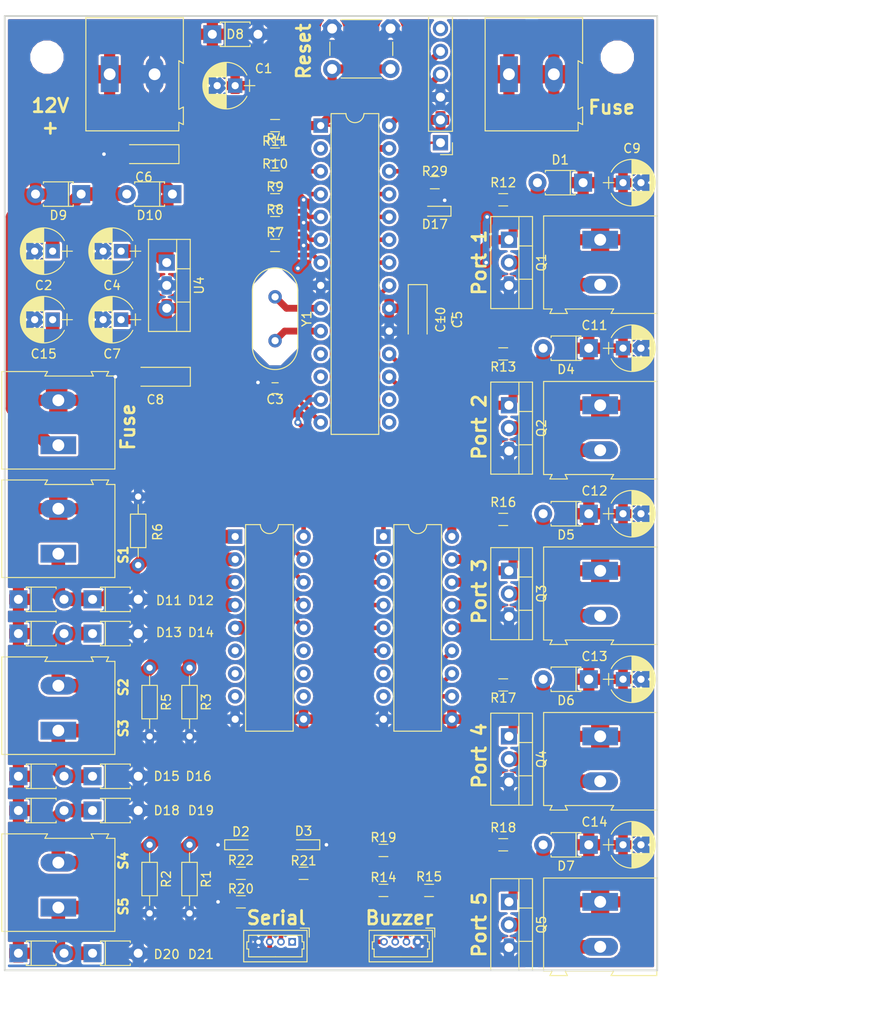
<source format=kicad_pcb>
(kicad_pcb (version 20171130) (host pcbnew "(5.0.2)-1")
  (layers (0 F.Cu signal) (31 B.Cu signal) (34 B.Paste user) (35 F.Paste user) (36 B.SilkS user) (37 F.SilkS user) (38 B.Mask user) (39 F.Mask user) (44 Edge.Cuts user))
  (net 0 "")
  (net 1 GND)
  (net 2 +12V)
  (net 3 "Net-(C2-Pad1)")
  (net 4 "Net-(C3-Pad1)")
  (net 5 "Net-(C4-Pad1)")
  (net 6 +5V)
  (net 7 "Net-(C11-Pad1)")
  (net 8 "Net-(C15-Pad1)")
  (net 9 "Net-(D1-Pad2)")
  (net 10 "Net-(D2-Pad2)")
  (net 11 "Net-(D3-Pad2)")
  (net 12 "Net-(D4-Pad2)")
  (net 13 "Net-(D5-Pad2)")
  (net 14 "Net-(D6-Pad2)")
  (net 15 "Net-(D7-Pad2)")
  (net 16 /SI1)
  (net 17 /SI2)
  (net 18 /SI3)
  (net 19 "Net-(D17-Pad2)")
  (net 20 /SI4)
  (net 21 /SI5)
  (net 22 "Net-(J3-Pad6)")
  (net 23 /PGC)
  (net 24 /PGD)
  (net 25 /RESET)
  (net 26 /SER_RX)
  (net 27 /SER_TX)
  (net 28 "Net-(J4-Pad1)")
  (net 29 /LED2)
  (net 30 /LED1)
  (net 31 /Buzzer)
  (net 32 /P1)
  (net 33 /P2)
  (net 34 /P3)
  (net 35 /P4)
  (net 36 /P5)
  (net 37 /SO5)
  (net 38 /SO4)
  (net 39 /SO3)
  (net 40 /SO2)
  (net 41 /SO1)
  (net 42 "Net-(R14-Pad1)")
  (net 43 "Net-(R15-Pad1)")
  (net 44 /PI1)
  (net 45 /PI2)
  (net 46 /PI3)
  (net 47 /PI4)
  (net 48 /PI5)
  (net 49 "Net-(R29-Pad2)")
  (net 50 "Net-(U1-Pad8)")
  (net 51 "Net-(U1-Pad7)")
  (net 52 "Net-(U1-Pad6)")
  (net 53 "Net-(U1-Pad13)")
  (net 54 "Net-(U1-Pad12)")
  (net 55 "Net-(U1-Pad11)")
  (net 56 /PWM)
  (net 57 "Net-(U2-Pad12)")
  (net 58 "Net-(U2-Pad11)")
  (net 59 "Net-(U2-Pad10)")
  (net 60 "Net-(U2-Pad9)")
  (net 61 "Net-(U2-Pad2)")
  (net 62 "Net-(U2-Pad16)")
  (net 63 "Net-(U2-Pad15)")
  (net 64 "Net-(U3-Pad7)")
  (net 65 "Net-(U3-Pad8)")
  (module "" (layer F.Cu) (at 72.136 104.14)
    (fp_text reference "" (at 85.09 51.435) (layer F.SilkS) (effects (font (size 1.27 1.27))))
    (fp_text value "" (at 85.09 51.435) (layer F.SilkS) (effects (font (size 1.27 1.27))))
  )
  (module Capacitors_ThroughHole:CP_Radial_D5.0mm_P2.00mm (layer F.Cu) (at 85.09 51.435 180)
    (fp_text reference C1 (at -3.175 1.905 180) (layer F.SilkS))
    (fp_text value 10µ)
    (pad 2 thru_hole circle (at 2 0 180) (size 1.6 1.6) (drill 0.8) (layers *.Cu *.Mask) (net 1 GND))
    (pad 1 thru_hole rect (at 0 0 180) (size 1.6 1.6) (drill 0.8) (layers *.Cu *.Mask) (net 2 +12V))
  )
  (module Capacitors_ThroughHole:CP_Radial_D5.0mm_P2.00mm (layer F.Cu) (at 64.77 69.85 180)
    (fp_text reference C2 (at 1 -3.81 180) (layer F.SilkS))
    (fp_text value 10µ)
    (pad 1 thru_hole rect (at 0 0 180) (size 1.6 1.6) (drill 0.8) (layers *.Cu *.Mask) (net 3 "Net-(C2-Pad1)"))
    (pad 2 thru_hole circle (at 2 0 180) (size 1.6 1.6) (drill 0.8) (layers *.Cu *.Mask) (net 1 GND))
  )
  (module Capacitors_SMD:C_0603_HandSoldering (layer F.Cu) (at 89.535 85.09 180)
    (fp_text reference C3 (at 0 -1.25 180) (layer F.SilkS))
    (fp_text value 100n)
    (pad 1 smd rect (at -0.95 0 180) (size 1.2 0.75) (layers F.Cu F.Paste F.Mask) (net 4 "Net-(C3-Pad1)"))
    (pad 2 smd rect (at 0.95 0 180) (size 1.2 0.75) (layers F.Cu F.Paste F.Mask) (net 1 GND))
  )
  (module Capacitors_ThroughHole:CP_Radial_D5.0mm_P2.00mm (layer F.Cu) (at 72.39 69.85 180)
    (fp_text reference C4 (at 1 -3.81 180) (layer F.SilkS))
    (fp_text value 10µ)
    (pad 2 thru_hole circle (at 2 0 180) (size 1.6 1.6) (drill 0.8) (layers *.Cu *.Mask) (net 1 GND))
    (pad 1 thru_hole rect (at 0 0 180) (size 1.6 1.6) (drill 0.8) (layers *.Cu *.Mask) (net 5 "Net-(C4-Pad1)"))
  )
  (module Capacitors_SMD:C_0603_HandSoldering (layer F.Cu) (at 108.585 77.47 270)
    (fp_text reference C5 (at 0 -1.25 270) (layer F.SilkS))
    (fp_text value 100n)
    (pad 2 smd rect (at 0.95 0 270) (size 1.2 0.75) (layers F.Cu F.Paste F.Mask) (net 1 GND))
    (pad 1 smd rect (at -0.95 0 270) (size 1.2 0.75) (layers F.Cu F.Paste F.Mask) (net 6 +5V))
  )
  (module Capacitors_Tantalum_SMD:CP_Tantalum_Case-A_EIA-3216-18_Hand (layer F.Cu) (at 74.93 59.055 180)
    (fp_text reference C6 (at 0 -2.55 180) (layer F.SilkS))
    (fp_text value 1µ)
    (pad 1 smd rect (at -2 0 180) (size 3.2 1.5) (layers F.Cu F.Paste F.Mask) (net 5 "Net-(C4-Pad1)"))
    (pad 2 smd rect (at 2 0 180) (size 3.2 1.5) (layers F.Cu F.Paste F.Mask) (net 1 GND))
  )
  (module Capacitors_ThroughHole:CP_Radial_D5.0mm_P2.00mm (layer F.Cu) (at 72.39 77.47 180)
    (fp_text reference C7 (at 1 -3.81 180) (layer F.SilkS))
    (fp_text value 10µ)
    (pad 1 thru_hole rect (at 0 0 180) (size 1.6 1.6) (drill 0.8) (layers *.Cu *.Mask) (net 6 +5V))
    (pad 2 thru_hole circle (at 2 0 180) (size 1.6 1.6) (drill 0.8) (layers *.Cu *.Mask) (net 1 GND))
  )
  (module Capacitors_Tantalum_SMD:CP_Tantalum_Case-A_EIA-3216-18_Hand (layer F.Cu) (at 76.2 83.82 180)
    (fp_text reference C8 (at 0 -2.55 180) (layer F.SilkS))
    (fp_text value 1µ)
    (pad 2 smd rect (at 2 0 180) (size 3.2 1.5) (layers F.Cu F.Paste F.Mask) (net 1 GND))
    (pad 1 smd rect (at -2 0 180) (size 3.2 1.5) (layers F.Cu F.Paste F.Mask) (net 6 +5V))
  )
  (module Capacitors_ThroughHole:CP_Radial_D5.0mm_P2.00mm (layer F.Cu) (at 128.27 62.23)
    (fp_text reference C9 (at 1 -3.81) (layer F.SilkS))
    (fp_text value 10µ)
    (pad 2 thru_hole circle (at 2 0) (size 1.6 1.6) (drill 0.8) (layers *.Cu *.Mask) (net 1 GND))
    (pad 1 thru_hole rect (at 0 0) (size 1.6 1.6) (drill 0.8) (layers *.Cu *.Mask) (net 7 "Net-(C11-Pad1)"))
  )
  (module Capacitors_Tantalum_SMD:CP_Tantalum_Case-A_EIA-3216-18_Hand (layer F.Cu) (at 105.41 77.47 270)
    (fp_text reference C10 (at 0 -2.55 270) (layer F.SilkS))
    (fp_text value 1µ)
    (pad 2 smd rect (at 2 0 270) (size 3.2 1.5) (layers F.Cu F.Paste F.Mask) (net 1 GND))
    (pad 1 smd rect (at -2 0 270) (size 3.2 1.5) (layers F.Cu F.Paste F.Mask) (net 6 +5V))
  )
  (module Capacitors_ThroughHole:CP_Radial_D5.0mm_P2.00mm (layer F.Cu) (at 128.27 80.645)
    (fp_text reference C11 (at -3.175 -2.54) (layer F.SilkS))
    (fp_text value 10µ)
    (pad 1 thru_hole rect (at 0 0) (size 1.6 1.6) (drill 0.8) (layers *.Cu *.Mask) (net 7 "Net-(C11-Pad1)"))
    (pad 2 thru_hole circle (at 2 0) (size 1.6 1.6) (drill 0.8) (layers *.Cu *.Mask) (net 1 GND))
  )
  (module Capacitors_ThroughHole:CP_Radial_D5.0mm_P2.00mm (layer F.Cu) (at 128.27 99.06)
    (fp_text reference C12 (at -3.175 -2.54) (layer F.SilkS))
    (fp_text value 10µ)
    (pad 2 thru_hole circle (at 2 0) (size 1.6 1.6) (drill 0.8) (layers *.Cu *.Mask) (net 1 GND))
    (pad 1 thru_hole rect (at 0 0) (size 1.6 1.6) (drill 0.8) (layers *.Cu *.Mask) (net 7 "Net-(C11-Pad1)"))
  )
  (module Capacitors_ThroughHole:CP_Radial_D5.0mm_P2.00mm (layer F.Cu) (at 128.27 117.475)
    (fp_text reference C13 (at -3.175 -2.54) (layer F.SilkS))
    (fp_text value 10µ)
    (pad 2 thru_hole circle (at 2 0) (size 1.6 1.6) (drill 0.8) (layers *.Cu *.Mask) (net 1 GND))
    (pad 1 thru_hole rect (at 0 0) (size 1.6 1.6) (drill 0.8) (layers *.Cu *.Mask) (net 7 "Net-(C11-Pad1)"))
  )
  (module Capacitors_ThroughHole:CP_Radial_D5.0mm_P2.00mm (layer F.Cu) (at 128.27 135.89)
    (fp_text reference C14 (at -3.175 -2.54) (layer F.SilkS))
    (fp_text value 10µ)
    (pad 1 thru_hole rect (at 0 0) (size 1.6 1.6) (drill 0.8) (layers *.Cu *.Mask) (net 7 "Net-(C11-Pad1)"))
    (pad 2 thru_hole circle (at 2 0) (size 1.6 1.6) (drill 0.8) (layers *.Cu *.Mask) (net 1 GND))
  )
  (module Capacitors_ThroughHole:CP_Radial_D5.0mm_P2.00mm (layer F.Cu) (at 64.77 77.47 180)
    (fp_text reference C15 (at 1 -3.81 180) (layer F.SilkS))
    (fp_text value 10µ)
    (pad 1 thru_hole rect (at 0 0 180) (size 1.6 1.6) (drill 0.8) (layers *.Cu *.Mask) (net 8 "Net-(C15-Pad1)"))
    (pad 2 thru_hole circle (at 2 0 180) (size 1.6 1.6) (drill 0.8) (layers *.Cu *.Mask) (net 1 GND))
  )
  (module Diodes_ThroughHole:D_T-1_P5.08mm_Horizontal (layer F.Cu) (at 123.825 62.23 180)
    (fp_text reference D1 (at 2.54 2.54 180) (layer F.SilkS))
    (fp_text value D)
    (pad 2 thru_hole oval (at 5.08 0 180) (size 2 2) (drill 1) (layers *.Cu *.Mask) (net 9 "Net-(D1-Pad2)"))
    (pad 1 thru_hole rect (at 0 0 180) (size 2 2) (drill 1) (layers *.Cu *.Mask) (net 7 "Net-(C11-Pad1)"))
  )
  (module LEDs:LED_0603_HandSoldering (layer F.Cu) (at 85.725 135.89)
    (fp_text reference D2 (at 0 -1.45) (layer F.SilkS))
    (fp_text value LED)
    (pad 1 smd rect (at -1.1 0) (size 1.2 0.9) (layers F.Cu F.Paste F.Mask) (net 1 GND))
    (pad 2 smd rect (at 1.1 0) (size 1.2 0.9) (layers F.Cu F.Paste F.Mask) (net 10 "Net-(D2-Pad2)"))
  )
  (module LEDs:LED_0603_HandSoldering (layer F.Cu) (at 92.71 135.89 180)
    (fp_text reference D3 (at 0 1.524 180) (layer F.SilkS))
    (fp_text value LED)
    (pad 2 smd rect (at 1.1 0 180) (size 1.2 0.9) (layers F.Cu F.Paste F.Mask) (net 11 "Net-(D3-Pad2)"))
    (pad 1 smd rect (at -1.1 0 180) (size 1.2 0.9) (layers F.Cu F.Paste F.Mask) (net 1 GND))
  )
  (module Diodes_ThroughHole:D_T-1_P5.08mm_Horizontal (layer F.Cu) (at 124.46 80.645 180)
    (fp_text reference D4 (at 2.54 -2.36 180) (layer F.SilkS))
    (fp_text value D)
    (pad 2 thru_hole oval (at 5.08 0 180) (size 2 2) (drill 1) (layers *.Cu *.Mask) (net 12 "Net-(D4-Pad2)"))
    (pad 1 thru_hole rect (at 0 0 180) (size 2 2) (drill 1) (layers *.Cu *.Mask) (net 7 "Net-(C11-Pad1)"))
  )
  (module Diodes_ThroughHole:D_T-1_P5.08mm_Horizontal (layer F.Cu) (at 124.46 99.06 180)
    (fp_text reference D5 (at 2.54 -2.36 180) (layer F.SilkS))
    (fp_text value D)
    (pad 1 thru_hole rect (at 0 0 180) (size 2 2) (drill 1) (layers *.Cu *.Mask) (net 7 "Net-(C11-Pad1)"))
    (pad 2 thru_hole oval (at 5.08 0 180) (size 2 2) (drill 1) (layers *.Cu *.Mask) (net 13 "Net-(D5-Pad2)"))
  )
  (module Diodes_ThroughHole:D_T-1_P5.08mm_Horizontal (layer F.Cu) (at 124.46 117.475 180)
    (fp_text reference D6 (at 2.54 -2.36 180) (layer F.SilkS))
    (fp_text value D)
    (pad 2 thru_hole oval (at 5.08 0 180) (size 2 2) (drill 1) (layers *.Cu *.Mask) (net 14 "Net-(D6-Pad2)"))
    (pad 1 thru_hole rect (at 0 0 180) (size 2 2) (drill 1) (layers *.Cu *.Mask) (net 7 "Net-(C11-Pad1)"))
  )
  (module Diodes_ThroughHole:D_T-1_P5.08mm_Horizontal (layer F.Cu) (at 124.46 135.89 180)
    (fp_text reference D7 (at 2.54 -2.36 180) (layer F.SilkS))
    (fp_text value D)
    (pad 1 thru_hole rect (at 0 0 180) (size 2 2) (drill 1) (layers *.Cu *.Mask) (net 7 "Net-(C11-Pad1)"))
    (pad 2 thru_hole oval (at 5.08 0 180) (size 2 2) (drill 1) (layers *.Cu *.Mask) (net 15 "Net-(D7-Pad2)"))
  )
  (module Diodes_ThroughHole:D_T-1_P5.08mm_Horizontal (layer F.Cu) (at 82.55 45.72)
    (fp_text reference D8 (at 2.54 0) (layer F.SilkS))
    (fp_text value D)
    (pad 1 thru_hole rect (at 0 0) (size 2 2) (drill 1) (layers *.Cu *.Mask) (net 2 +12V))
    (pad 2 thru_hole oval (at 5.08 0) (size 2 2) (drill 1) (layers *.Cu *.Mask) (net 1 GND))
  )
  (module Diodes_ThroughHole:D_T-1_P5.08mm_Horizontal (layer F.Cu) (at 67.945 63.5 180)
    (fp_text reference D9 (at 2.54 -2.36 180) (layer F.SilkS))
    (fp_text value D)
    (pad 2 thru_hole oval (at 5.08 0 180) (size 2 2) (drill 1) (layers *.Cu *.Mask) (net 2 +12V))
    (pad 1 thru_hole rect (at 0 0 180) (size 2 2) (drill 1) (layers *.Cu *.Mask) (net 3 "Net-(C2-Pad1)"))
  )
  (module Diodes_ThroughHole:D_T-1_P5.08mm_Horizontal (layer F.Cu) (at 78.105 63.5 180)
    (fp_text reference D10 (at 2.54 -2.36 180) (layer F.SilkS))
    (fp_text value D)
    (pad 1 thru_hole rect (at 0 0 180) (size 2 2) (drill 1) (layers *.Cu *.Mask) (net 5 "Net-(C4-Pad1)"))
    (pad 2 thru_hole oval (at 5.08 0 180) (size 2 2) (drill 1) (layers *.Cu *.Mask) (net 3 "Net-(C2-Pad1)"))
  )
  (module Diodes_ThroughHole:D_T-1_P5.08mm_Horizontal (layer F.Cu) (at 60.96 108.585)
    (fp_text reference D11 (at 16.764 0.127) (layer F.SilkS))
    (fp_text value D)
    (pad 1 thru_hole rect (at 0 0) (size 2 2) (drill 1) (layers *.Cu *.Mask) (net 8 "Net-(C15-Pad1)"))
    (pad 2 thru_hole oval (at 5.08 0) (size 2 2) (drill 1) (layers *.Cu *.Mask) (net 16 /SI1))
  )
  (module Diodes_ThroughHole:D_T-1_P5.08mm_Horizontal (layer F.Cu) (at 69.215 108.585)
    (fp_text reference D12 (at 12.065 0.127) (layer F.SilkS))
    (fp_text value D)
    (pad 2 thru_hole oval (at 5.08 0) (size 2 2) (drill 1) (layers *.Cu *.Mask) (net 1 GND))
    (pad 1 thru_hole rect (at 0 0) (size 2 2) (drill 1) (layers *.Cu *.Mask) (net 16 /SI1))
  )
  (module Diodes_ThroughHole:D_T-1_P5.08mm_Horizontal (layer F.Cu) (at 60.96 112.395)
    (fp_text reference D13 (at 16.764 -0.127) (layer F.SilkS))
    (fp_text value D)
    (pad 1 thru_hole rect (at 0 0) (size 2 2) (drill 1) (layers *.Cu *.Mask) (net 8 "Net-(C15-Pad1)"))
    (pad 2 thru_hole oval (at 5.08 0) (size 2 2) (drill 1) (layers *.Cu *.Mask) (net 17 /SI2))
  )
  (module Diodes_ThroughHole:D_T-1_P5.08mm_Horizontal (layer F.Cu) (at 69.215 112.395)
    (fp_text reference D14 (at 12.065 -0.127) (layer F.SilkS))
    (fp_text value D)
    (pad 2 thru_hole oval (at 5.08 0) (size 2 2) (drill 1) (layers *.Cu *.Mask) (net 1 GND))
    (pad 1 thru_hole rect (at 0 0) (size 2 2) (drill 1) (layers *.Cu *.Mask) (net 17 /SI2))
  )
  (module Diodes_ThroughHole:D_T-1_P5.08mm_Horizontal (layer F.Cu) (at 60.96 128.27)
    (fp_text reference D15 (at 16.51 0) (layer F.SilkS))
    (fp_text value D)
    (pad 1 thru_hole rect (at 0 0) (size 2 2) (drill 1) (layers *.Cu *.Mask) (net 8 "Net-(C15-Pad1)"))
    (pad 2 thru_hole oval (at 5.08 0) (size 2 2) (drill 1) (layers *.Cu *.Mask) (net 18 /SI3))
  )
  (module Diodes_ThroughHole:D_T-1_P5.08mm_Horizontal (layer F.Cu) (at 69.215 128.27)
    (fp_text reference D16 (at 11.811 0) (layer F.SilkS))
    (fp_text value D)
    (pad 2 thru_hole oval (at 5.08 0) (size 2 2) (drill 1) (layers *.Cu *.Mask) (net 1 GND))
    (pad 1 thru_hole rect (at 0 0) (size 2 2) (drill 1) (layers *.Cu *.Mask) (net 18 /SI3))
  )
  (module LEDs:LED_0603_HandSoldering (layer F.Cu) (at 107.315 65.405 180)
    (fp_text reference D17 (at 0 -1.45 180) (layer F.SilkS))
    (fp_text value LED)
    (pad 2 smd rect (at 1.1 0 180) (size 1.2 0.9) (layers F.Cu F.Paste F.Mask) (net 19 "Net-(D17-Pad2)"))
    (pad 1 smd rect (at -1.1 0 180) (size 1.2 0.9) (layers F.Cu F.Paste F.Mask) (net 1 GND))
  )
  (module Diodes_ThroughHole:D_T-1_P5.08mm_Horizontal (layer F.Cu) (at 60.96 132.08)
    (fp_text reference D18 (at 16.51 0) (layer F.SilkS))
    (fp_text value D)
    (pad 1 thru_hole rect (at 0 0) (size 2 2) (drill 1) (layers *.Cu *.Mask) (net 8 "Net-(C15-Pad1)"))
    (pad 2 thru_hole oval (at 5.08 0) (size 2 2) (drill 1) (layers *.Cu *.Mask) (net 20 /SI4))
  )
  (module Diodes_ThroughHole:D_T-1_P5.08mm_Horizontal (layer F.Cu) (at 69.215 132.08)
    (fp_text reference D19 (at 12.065 0) (layer F.SilkS))
    (fp_text value D)
    (pad 2 thru_hole oval (at 5.08 0) (size 2 2) (drill 1) (layers *.Cu *.Mask) (net 1 GND))
    (pad 1 thru_hole rect (at 0 0) (size 2 2) (drill 1) (layers *.Cu *.Mask) (net 20 /SI4))
  )
  (module Diodes_ThroughHole:D_T-1_P5.08mm_Horizontal (layer F.Cu) (at 60.96 147.955)
    (fp_text reference D20 (at 16.51 0.127) (layer F.SilkS))
    (fp_text value D)
    (pad 1 thru_hole rect (at 0 0) (size 2 2) (drill 1) (layers *.Cu *.Mask) (net 8 "Net-(C15-Pad1)"))
    (pad 2 thru_hole oval (at 5.08 0) (size 2 2) (drill 1) (layers *.Cu *.Mask) (net 21 /SI5))
  )
  (module Diodes_ThroughHole:D_T-1_P5.08mm_Horizontal (layer F.Cu) (at 69.215 147.955)
    (fp_text reference D21 (at 12.065 0.127) (layer F.SilkS))
    (fp_text value D)
    (pad 2 thru_hole oval (at 5.08 0) (size 2 2) (drill 1) (layers *.Cu *.Mask) (net 1 GND))
    (pad 1 thru_hole rect (at 0 0) (size 2 2) (drill 1) (layers *.Cu *.Mask) (net 21 /SI5))
  )
  (module Mounting_Holes:MountingHole_3.2mm_M3 (layer F.Cu) (at 64.135 48.26)
    (fp_text reference H1 hide)
    (fp_text value MountingHole)
    (pad 1 np_thru_hole circle (at 0 0) (size 3.2 3.2) (drill 3.2) (layers *.Cu *.Mask))
  )
  (module Mounting_Holes:MountingHole_3.2mm_M3 (layer F.Cu) (at 127.635 48.26)
    (fp_text reference H2 hide)
    (fp_text value MountingHole)
    (pad 1 np_thru_hole circle (at 0 0) (size 3.2 3.2) (drill 3.2) (layers *.Cu *.Mask))
  )
  (module Terminal_Blocks:TerminalBlock_Altech_AK300-2_P5.00mm (layer F.Cu) (at 65.405 142.875 90)
    (fp_text reference J1 hide)
    (fp_text value S5)
    (pad 2 thru_hole oval (at 5 0 90) (size 1.98 3.96) (drill 1.32) (layers *.Cu *.Mask) (net 20 /SI4))
    (pad 1 thru_hole rect (at 0 0 90) (size 1.98 3.96) (drill 1.32) (layers *.Cu *.Mask) (net 21 /SI5))
  )
  (module Terminal_Blocks:TerminalBlock_Altech_AK300-2_P5.00mm (layer F.Cu) (at 65.405 123.19 90)
    (fp_text reference J2 hide)
    (fp_text value S4)
    (pad 1 thru_hole rect (at 0 0 90) (size 1.98 3.96) (drill 1.32) (layers *.Cu *.Mask) (net 18 /SI3))
    (pad 2 thru_hole oval (at 5 0 90) (size 1.98 3.96) (drill 1.32) (layers *.Cu *.Mask) (net 17 /SI2))
  )
  (module Pin_Headers:Pin_Header_Straight_1x06_Pitch2.54mm (layer F.Cu) (at 107.95 57.785 180)
    (fp_text reference J3 hide)
    (fp_text value PGM)
    (pad 6 thru_hole oval (at 0 12.7 180) (size 1.7 1.7) (drill 1) (layers *.Cu *.Mask) (net 22 "Net-(J3-Pad6)"))
    (pad 5 thru_hole oval (at 0 10.16 180) (size 1.7 1.7) (drill 1) (layers *.Cu *.Mask) (net 23 /PGC))
    (pad 4 thru_hole oval (at 0 7.62 180) (size 1.7 1.7) (drill 1) (layers *.Cu *.Mask) (net 24 /PGD))
    (pad 3 thru_hole oval (at 0 5.08 180) (size 1.7 1.7) (drill 1) (layers *.Cu *.Mask) (net 1 GND))
    (pad 2 thru_hole oval (at 0 2.54 180) (size 1.7 1.7) (drill 1) (layers *.Cu *.Mask) (net 6 +5V))
    (pad 1 thru_hole rect (at 0 0 180) (size 1.7 1.7) (drill 1) (layers *.Cu *.Mask) (net 25 /RESET))
  )
  (module Connectors_Molex:Molex_PicoBlade_53047-0410_04x1.25mm_Straight (layer F.Cu) (at 91.44 146.685 180)
    (fp_text reference J4 hide)
    (fp_text value SERIAL)
    (pad 4 thru_hole circle (at 3.75 0 180) (size 0.85 0.85) (drill 0.5) (layers *.Cu *.Mask) (net 1 GND))
    (pad 3 thru_hole circle (at 2.5 0 180) (size 0.85 0.85) (drill 0.5) (layers *.Cu *.Mask) (net 26 /SER_RX))
    (pad 2 thru_hole circle (at 1.25 0 180) (size 0.85 0.85) (drill 0.5) (layers *.Cu *.Mask) (net 27 /SER_TX))
    (pad 1 thru_hole rect (at 0 0 180) (size 0.85 0.85) (drill 0.5) (layers *.Cu *.Mask) (net 28 "Net-(J4-Pad1)"))
  )
  (module Terminal_Blocks:TerminalBlock_Altech_AK300-2_P5.00mm (layer F.Cu) (at 65.405 103.505 90)
    (fp_text reference J5 hide)
    (fp_text value S3)
    (pad 2 thru_hole oval (at 5 0 90) (size 1.98 3.96) (drill 1.32) (layers *.Cu *.Mask) (net 8 "Net-(C15-Pad1)"))
    (pad 1 thru_hole rect (at 0 0 90) (size 1.98 3.96) (drill 1.32) (layers *.Cu *.Mask) (net 16 /SI1))
  )
  (module Connectors_Molex:Molex_PicoBlade_53047-0410_04x1.25mm_Straight (layer F.Cu) (at 105.41 146.685 180)
    (fp_text reference J7 hide)
    (fp_text value OUT)
    (pad 1 thru_hole rect (at 0 0 180) (size 0.85 0.85) (drill 0.5) (layers *.Cu *.Mask) (net 1 GND))
    (pad 2 thru_hole circle (at 1.25 0 180) (size 0.85 0.85) (drill 0.5) (layers *.Cu *.Mask) (net 29 /LED2))
    (pad 3 thru_hole circle (at 2.5 0 180) (size 0.85 0.85) (drill 0.5) (layers *.Cu *.Mask) (net 30 /LED1))
    (pad 4 thru_hole circle (at 3.75 0 180) (size 0.85 0.85) (drill 0.5) (layers *.Cu *.Mask) (net 31 /Buzzer))
  )
  (module Terminal_Blocks:TerminalBlock_Altech_AK300-2_P5.00mm (layer F.Cu) (at 65.405 91.44 90)
    (fp_text reference J8 hide)
    (fp_text value S5)
    (pad 2 thru_hole oval (at 5 0 90) (size 1.98 3.96) (drill 1.32) (layers *.Cu *.Mask) (net 8 "Net-(C15-Pad1)"))
    (pad 1 thru_hole rect (at 0 0 90) (size 1.98 3.96) (drill 1.32) (layers *.Cu *.Mask) (net 2 +12V))
  )
  (module Terminal_Blocks:TerminalBlock_Altech_AK300-2_P5.00mm (layer F.Cu) (at 71.12 50.165)
    (fp_text reference J9 hide)
    (fp_text value 12V)
    (pad 2 thru_hole oval (at 5 0) (size 1.98 3.96) (drill 1.32) (layers *.Cu *.Mask) (net 1 GND))
    (pad 1 thru_hole rect (at 0 0) (size 1.98 3.96) (drill 1.32) (layers *.Cu *.Mask) (net 2 +12V))
  )
  (module Terminal_Blocks:TerminalBlock_Altech_AK300-2_P5.00mm (layer F.Cu) (at 125.73 68.58 270)
    (fp_text reference J10 hide)
    (fp_text value D1)
    (pad 2 thru_hole oval (at 5 0 270) (size 1.98 3.96) (drill 1.32) (layers *.Cu *.Mask) (net 9 "Net-(D1-Pad2)"))
    (pad 1 thru_hole rect (at 0 0 270) (size 1.98 3.96) (drill 1.32) (layers *.Cu *.Mask) (net 7 "Net-(C11-Pad1)"))
  )
  (module Terminal_Blocks:TerminalBlock_Altech_AK300-2_P5.00mm (layer F.Cu) (at 125.73 86.995 270)
    (fp_text reference J11 hide)
    (fp_text value D2)
    (pad 1 thru_hole rect (at 0 0 270) (size 1.98 3.96) (drill 1.32) (layers *.Cu *.Mask) (net 7 "Net-(C11-Pad1)"))
    (pad 2 thru_hole oval (at 5 0 270) (size 1.98 3.96) (drill 1.32) (layers *.Cu *.Mask) (net 12 "Net-(D4-Pad2)"))
  )
  (module Terminal_Blocks:TerminalBlock_Altech_AK300-2_P5.00mm (layer F.Cu) (at 125.73 105.41 270)
    (fp_text reference J12 hide)
    (fp_text value D3)
    (pad 1 thru_hole rect (at 0 0 270) (size 1.98 3.96) (drill 1.32) (layers *.Cu *.Mask) (net 7 "Net-(C11-Pad1)"))
    (pad 2 thru_hole oval (at 5 0 270) (size 1.98 3.96) (drill 1.32) (layers *.Cu *.Mask) (net 13 "Net-(D5-Pad2)"))
  )
  (module Terminal_Blocks:TerminalBlock_Altech_AK300-2_P5.00mm (layer F.Cu) (at 125.73 123.825 270)
    (fp_text reference J13 hide)
    (fp_text value D4)
    (pad 2 thru_hole oval (at 5 0 270) (size 1.98 3.96) (drill 1.32) (layers *.Cu *.Mask) (net 14 "Net-(D6-Pad2)"))
    (pad 1 thru_hole rect (at 0 0 270) (size 1.98 3.96) (drill 1.32) (layers *.Cu *.Mask) (net 7 "Net-(C11-Pad1)"))
  )
  (module Terminal_Blocks:TerminalBlock_Altech_AK300-2_P5.00mm (layer F.Cu) (at 125.73 142.24 270)
    (fp_text reference J14 hide)
    (fp_text value D5)
    (pad 1 thru_hole rect (at 0 0 270) (size 1.98 3.96) (drill 1.32) (layers *.Cu *.Mask) (net 7 "Net-(C11-Pad1)"))
    (pad 2 thru_hole oval (at 5 0 270) (size 1.98 3.96) (drill 1.32) (layers *.Cu *.Mask) (net 15 "Net-(D7-Pad2)"))
  )
  (module Terminal_Blocks:TerminalBlock_Altech_AK300-2_P5.00mm (layer F.Cu) (at 115.57 50.165)
    (fp_text reference J15 hide)
    (fp_text value S5)
    (pad 1 thru_hole rect (at 0 0) (size 1.98 3.96) (drill 1.32) (layers *.Cu *.Mask) (net 2 +12V))
    (pad 2 thru_hole oval (at 5 0) (size 1.98 3.96) (drill 1.32) (layers *.Cu *.Mask) (net 7 "Net-(C11-Pad1)"))
  )
  (module TO_SOT_Packages_THT:TO-220-3_Vertical (layer F.Cu) (at 115.57 68.58 270)
    (fp_text reference Q1 (at 2.54 -3.62 270) (layer F.SilkS))
    (fp_text value IRFZ44)
    (pad 3 thru_hole oval (at 5.08 0 270) (size 1.8 1.8) (drill 1) (layers *.Cu *.Mask) (net 1 GND))
    (pad 2 thru_hole oval (at 2.54 0 270) (size 1.8 1.8) (drill 1) (layers *.Cu *.Mask) (net 9 "Net-(D1-Pad2)"))
    (pad 1 thru_hole rect (at 0 0 270) (size 1.8 1.8) (drill 1) (layers *.Cu *.Mask) (net 32 /P1))
  )
  (module TO_SOT_Packages_THT:TO-220-3_Vertical (layer F.Cu) (at 115.57 86.995 270)
    (fp_text reference Q2 (at 2.54 -3.62 270) (layer F.SilkS))
    (fp_text value IRFZ44)
    (pad 1 thru_hole rect (at 0 0 270) (size 1.8 1.8) (drill 1) (layers *.Cu *.Mask) (net 33 /P2))
    (pad 2 thru_hole oval (at 2.54 0 270) (size 1.8 1.8) (drill 1) (layers *.Cu *.Mask) (net 12 "Net-(D4-Pad2)"))
    (pad 3 thru_hole oval (at 5.08 0 270) (size 1.8 1.8) (drill 1) (layers *.Cu *.Mask) (net 1 GND))
  )
  (module TO_SOT_Packages_THT:TO-220-3_Vertical (layer F.Cu) (at 115.57 105.41 270)
    (fp_text reference Q3 (at 2.54 -3.62 270) (layer F.SilkS))
    (fp_text value IRFZ44)
    (pad 1 thru_hole rect (at 0 0 270) (size 1.8 1.8) (drill 1) (layers *.Cu *.Mask) (net 34 /P3))
    (pad 2 thru_hole oval (at 2.54 0 270) (size 1.8 1.8) (drill 1) (layers *.Cu *.Mask) (net 13 "Net-(D5-Pad2)"))
    (pad 3 thru_hole oval (at 5.08 0 270) (size 1.8 1.8) (drill 1) (layers *.Cu *.Mask) (net 1 GND))
  )
  (module TO_SOT_Packages_THT:TO-220-3_Vertical (layer F.Cu) (at 115.57 123.825 270)
    (fp_text reference Q4 (at 2.54 -3.62 270) (layer F.SilkS))
    (fp_text value IRFZ44)
    (pad 3 thru_hole oval (at 5.08 0 270) (size 1.8 1.8) (drill 1) (layers *.Cu *.Mask) (net 1 GND))
    (pad 2 thru_hole oval (at 2.54 0 270) (size 1.8 1.8) (drill 1) (layers *.Cu *.Mask) (net 14 "Net-(D6-Pad2)"))
    (pad 1 thru_hole rect (at 0 0 270) (size 1.8 1.8) (drill 1) (layers *.Cu *.Mask) (net 35 /P4))
  )
  (module TO_SOT_Packages_THT:TO-220-3_Vertical (layer F.Cu) (at 115.57 142.24 270)
    (fp_text reference Q5 (at 2.54 -3.62 270) (layer F.SilkS))
    (fp_text value IRFZ44)
    (pad 1 thru_hole rect (at 0 0 270) (size 1.8 1.8) (drill 1) (layers *.Cu *.Mask) (net 36 /P5))
    (pad 2 thru_hole oval (at 2.54 0 270) (size 1.8 1.8) (drill 1) (layers *.Cu *.Mask) (net 15 "Net-(D7-Pad2)"))
    (pad 3 thru_hole oval (at 5.08 0 270) (size 1.8 1.8) (drill 1) (layers *.Cu *.Mask) (net 1 GND))
  )
  (module Resistors_ThroughHole:R_Axial_DIN0204_L3.6mm_D1.6mm_P7.62mm_Horizontal (layer F.Cu) (at 80.01 135.89 270)
    (fp_text reference R1 (at 3.81 -1.86 270) (layer F.SilkS))
    (fp_text value 100k)
    (pad 2 thru_hole oval (at 7.62 0 270) (size 1.4 1.4) (drill 0.7) (layers *.Cu *.Mask) (net 1 GND))
    (pad 1 thru_hole circle (at 0 0 270) (size 1.4 1.4) (drill 0.7) (layers *.Cu *.Mask) (net 21 /SI5))
  )
  (module Resistors_ThroughHole:R_Axial_DIN0204_L3.6mm_D1.6mm_P7.62mm_Horizontal (layer F.Cu) (at 75.565 135.89 270)
    (fp_text reference R2 (at 3.81 -1.86 270) (layer F.SilkS))
    (fp_text value 100k)
    (pad 1 thru_hole circle (at 0 0 270) (size 1.4 1.4) (drill 0.7) (layers *.Cu *.Mask) (net 20 /SI4))
    (pad 2 thru_hole oval (at 7.62 0 270) (size 1.4 1.4) (drill 0.7) (layers *.Cu *.Mask) (net 1 GND))
  )
  (module Resistors_ThroughHole:R_Axial_DIN0204_L3.6mm_D1.6mm_P7.62mm_Horizontal (layer F.Cu) (at 80.01 116.205 270)
    (fp_text reference R3 (at 3.81 -1.86 270) (layer F.SilkS))
    (fp_text value 100k)
    (pad 2 thru_hole oval (at 7.62 0 270) (size 1.4 1.4) (drill 0.7) (layers *.Cu *.Mask) (net 1 GND))
    (pad 1 thru_hole circle (at 0 0 270) (size 1.4 1.4) (drill 0.7) (layers *.Cu *.Mask) (net 18 /SI3))
  )
  (module Resistors_SMD:R_0603_HandSoldering (layer F.Cu) (at 89.535 55.88 180)
    (fp_text reference R4 (at 0 -1.45 180) (layer F.SilkS))
    (fp_text value 10k)
    (pad 2 smd rect (at 1.1 0 180) (size 1.2 0.9) (layers F.Cu F.Paste F.Mask) (net 6 +5V))
    (pad 1 smd rect (at -1.1 0 180) (size 1.2 0.9) (layers F.Cu F.Paste F.Mask) (net 25 /RESET))
  )
  (module Resistors_ThroughHole:R_Axial_DIN0204_L3.6mm_D1.6mm_P7.62mm_Horizontal (layer F.Cu) (at 75.565 116.205 270)
    (fp_text reference R5 (at 3.81 -1.86 270) (layer F.SilkS))
    (fp_text value 100k)
    (pad 1 thru_hole circle (at 0 0 270) (size 1.4 1.4) (drill 0.7) (layers *.Cu *.Mask) (net 17 /SI2))
    (pad 2 thru_hole oval (at 7.62 0 270) (size 1.4 1.4) (drill 0.7) (layers *.Cu *.Mask) (net 1 GND))
  )
  (module Resistors_ThroughHole:R_Axial_DIN0204_L3.6mm_D1.6mm_P7.62mm_Horizontal (layer F.Cu) (at 74.295 104.775 90)
    (fp_text reference R6 (at 3.683 2.159 90) (layer F.SilkS))
    (fp_text value 100k)
    (pad 2 thru_hole oval (at 7.62 0 90) (size 1.4 1.4) (drill 0.7) (layers *.Cu *.Mask) (net 1 GND))
    (pad 1 thru_hole circle (at 0 0 90) (size 1.4 1.4) (drill 0.7) (layers *.Cu *.Mask) (net 16 /SI1))
  )
  (module Resistors_SMD:R_0603_HandSoldering (layer F.Cu) (at 89.535 69.215)
    (fp_text reference R7 (at 0 -1.45) (layer F.SilkS))
    (fp_text value 10k)
    (pad 1 smd rect (at -1.1 0) (size 1.2 0.9) (layers F.Cu F.Paste F.Mask) (net 37 /SO5))
    (pad 2 smd rect (at 1.1 0) (size 1.2 0.9) (layers F.Cu F.Paste F.Mask) (net 6 +5V))
  )
  (module Resistors_SMD:R_0603_HandSoldering (layer F.Cu) (at 89.535 66.675)
    (fp_text reference R8 (at 0 -1.45) (layer F.SilkS))
    (fp_text value 10k)
    (pad 1 smd rect (at -1.1 0) (size 1.2 0.9) (layers F.Cu F.Paste F.Mask) (net 38 /SO4))
    (pad 2 smd rect (at 1.1 0) (size 1.2 0.9) (layers F.Cu F.Paste F.Mask) (net 6 +5V))
  )
  (module Resistors_SMD:R_0603_HandSoldering (layer F.Cu) (at 89.535 64.135)
    (fp_text reference R9 (at 0 -1.45) (layer F.SilkS))
    (fp_text value 10k)
    (pad 2 smd rect (at 1.1 0) (size 1.2 0.9) (layers F.Cu F.Paste F.Mask) (net 6 +5V))
    (pad 1 smd rect (at -1.1 0) (size 1.2 0.9) (layers F.Cu F.Paste F.Mask) (net 39 /SO3))
  )
  (module Resistors_SMD:R_0603_HandSoldering (layer F.Cu) (at 89.535 61.595)
    (fp_text reference R10 (at 0 -1.45) (layer F.SilkS))
    (fp_text value 10k)
    (pad 1 smd rect (at -1.1 0) (size 1.2 0.9) (layers F.Cu F.Paste F.Mask) (net 40 /SO2))
    (pad 2 smd rect (at 1.1 0) (size 1.2 0.9) (layers F.Cu F.Paste F.Mask) (net 6 +5V))
  )
  (module Resistors_SMD:R_0603_HandSoldering (layer F.Cu) (at 89.535 59.055)
    (fp_text reference R11 (at 0 -1.45) (layer F.SilkS))
    (fp_text value 10k)
    (pad 2 smd rect (at 1.1 0) (size 1.2 0.9) (layers F.Cu F.Paste F.Mask) (net 6 +5V))
    (pad 1 smd rect (at -1.1 0) (size 1.2 0.9) (layers F.Cu F.Paste F.Mask) (net 41 /SO1))
  )
  (module Resistors_SMD:R_0603_HandSoldering (layer F.Cu) (at 114.935 64.135 180)
    (fp_text reference R12 (at 0 1.905 180) (layer F.SilkS))
    (fp_text value 10k)
    (pad 1 smd rect (at -1.1 0 180) (size 1.2 0.9) (layers F.Cu F.Paste F.Mask) (net 32 /P1))
    (pad 2 smd rect (at 1.1 0 180) (size 1.2 0.9) (layers F.Cu F.Paste F.Mask) (net 2 +12V))
  )
  (module Resistors_SMD:R_0603_HandSoldering (layer F.Cu) (at 114.935 81.28 180)
    (fp_text reference R13 (at 0 -1.45 180) (layer F.SilkS))
    (fp_text value 10k)
    (pad 2 smd rect (at 1.1 0 180) (size 1.2 0.9) (layers F.Cu F.Paste F.Mask) (net 2 +12V))
    (pad 1 smd rect (at -1.1 0 180) (size 1.2 0.9) (layers F.Cu F.Paste F.Mask) (net 33 /P2))
  )
  (module Resistors_SMD:R_0603_HandSoldering (layer F.Cu) (at 101.6 140.97)
    (fp_text reference R14 (at 0 -1.45) (layer F.SilkS))
    (fp_text value 511)
    (pad 2 smd rect (at 1.1 0) (size 1.2 0.9) (layers F.Cu F.Paste F.Mask) (net 30 /LED1))
    (pad 1 smd rect (at -1.1 0) (size 1.2 0.9) (layers F.Cu F.Paste F.Mask) (net 42 "Net-(R14-Pad1)"))
  )
  (module Resistors_SMD:R_0603_HandSoldering (layer F.Cu) (at 106.68 140.97 180)
    (fp_text reference R15 (at 0 1.524 180) (layer F.SilkS))
    (fp_text value 511)
    (pad 1 smd rect (at -1.1 0 180) (size 1.2 0.9) (layers F.Cu F.Paste F.Mask) (net 43 "Net-(R15-Pad1)"))
    (pad 2 smd rect (at 1.1 0 180) (size 1.2 0.9) (layers F.Cu F.Paste F.Mask) (net 29 /LED2))
  )
  (module Resistors_SMD:R_0603_HandSoldering (layer F.Cu) (at 114.935 99.695 180)
    (fp_text reference R16 (at 0 1.905 180) (layer F.SilkS))
    (fp_text value 10k)
    (pad 2 smd rect (at 1.1 0 180) (size 1.2 0.9) (layers F.Cu F.Paste F.Mask) (net 2 +12V))
    (pad 1 smd rect (at -1.1 0 180) (size 1.2 0.9) (layers F.Cu F.Paste F.Mask) (net 34 /P3))
  )
  (module Resistors_SMD:R_0603_HandSoldering (layer F.Cu) (at 114.935 118.11 180)
    (fp_text reference R17 (at 0 -1.45 180) (layer F.SilkS))
    (fp_text value 10k)
    (pad 1 smd rect (at -1.1 0 180) (size 1.2 0.9) (layers F.Cu F.Paste F.Mask) (net 35 /P4))
    (pad 2 smd rect (at 1.1 0 180) (size 1.2 0.9) (layers F.Cu F.Paste F.Mask) (net 2 +12V))
  )
  (module Resistors_SMD:R_0603_HandSoldering (layer F.Cu) (at 114.935 135.89 180)
    (fp_text reference R18 (at 0 1.905 180) (layer F.SilkS))
    (fp_text value 10k)
    (pad 2 smd rect (at 1.1 0 180) (size 1.2 0.9) (layers F.Cu F.Paste F.Mask) (net 2 +12V))
    (pad 1 smd rect (at -1.1 0 180) (size 1.2 0.9) (layers F.Cu F.Paste F.Mask) (net 36 /P5))
  )
  (module Resistors_SMD:R_0603_HandSoldering (layer F.Cu) (at 101.6 136.525)
    (fp_text reference R19 (at 0 -1.45) (layer F.SilkS))
    (fp_text value 10k)
    (pad 1 smd rect (at -1.1 0) (size 1.2 0.9) (layers F.Cu F.Paste F.Mask) (net 2 +12V))
    (pad 2 smd rect (at 1.1 0) (size 1.2 0.9) (layers F.Cu F.Paste F.Mask) (net 31 /Buzzer))
  )
  (module Resistors_SMD:R_0603_HandSoldering (layer F.Cu) (at 85.725 142.24)
    (fp_text reference R20 (at 0 -1.45) (layer F.SilkS))
    (fp_text value 10k)
    (pad 1 smd rect (at -1.1 0) (size 1.2 0.9) (layers F.Cu F.Paste F.Mask) (net 1 GND))
    (pad 2 smd rect (at 1.1 0) (size 1.2 0.9) (layers F.Cu F.Paste F.Mask) (net 26 /SER_RX))
  )
  (module Resistors_SMD:R_0603_HandSoldering (layer F.Cu) (at 92.71 139.065 180)
    (fp_text reference R21 (at 0 1.397 180) (layer F.SilkS))
    (fp_text value 511)
    (pad 1 smd rect (at -1.1 0 180) (size 1.2 0.9) (layers F.Cu F.Paste F.Mask) (net 11 "Net-(D3-Pad2)"))
    (pad 2 smd rect (at 1.1 0 180) (size 1.2 0.9) (layers F.Cu F.Paste F.Mask) (net 27 /SER_TX))
  )
  (module Resistors_SMD:R_0603_HandSoldering (layer F.Cu) (at 85.725 139.065)
    (fp_text reference R22 (at 0 -1.45) (layer F.SilkS))
    (fp_text value 511)
    (pad 2 smd rect (at 1.1 0) (size 1.2 0.9) (layers F.Cu F.Paste F.Mask) (net 26 /SER_RX))
    (pad 1 smd rect (at -1.1 0) (size 1.2 0.9) (layers F.Cu F.Paste F.Mask) (net 10 "Net-(D2-Pad2)"))
  )
  (module Resistors_SMD:R_0603_HandSoldering (layer F.Cu) (at 107.315 62.23 180)
    (fp_text reference R29 (at 0 1.27 180) (layer F.SilkS))
    (fp_text value 511)
    (pad 1 smd rect (at -1.1 0 180) (size 1.2 0.9) (layers F.Cu F.Paste F.Mask) (net 19 "Net-(D17-Pad2)"))
    (pad 2 smd rect (at 1.1 0 180) (size 1.2 0.9) (layers F.Cu F.Paste F.Mask) (net 49 "Net-(R29-Pad2)"))
  )
  (module Buttons_Switches_ThroughHole:SW_PUSH_6mm (layer F.Cu) (at 95.885 45.085)
    (fp_text reference SW1 hide)
    (fp_text value SW_Push)
    (pad 1 thru_hole circle (at 6.5 0 90) (size 2 2) (drill 1.1) (layers *.Cu *.Mask) (net 1 GND))
    (pad 2 thru_hole circle (at 6.5 4.5 90) (size 2 2) (drill 1.1) (layers *.Cu *.Mask) (net 25 /RESET))
    (pad 1 thru_hole circle (at 0 0 90) (size 2 2) (drill 1.1) (layers *.Cu *.Mask) (net 1 GND))
    (pad 2 thru_hole circle (at 0 4.5 90) (size 2 2) (drill 1.1) (layers *.Cu *.Mask) (net 25 /RESET))
  )
  (module Housings_DIP:DIP-18_W7.62mm (layer F.Cu) (at 85.09 101.6)
    (fp_text reference U1 hide)
    (fp_text value Output)
    (pad 18 thru_hole oval (at 7.62 0) (size 1.6 1.6) (drill 0.8) (layers *.Cu *.Mask) (net 37 /SO5))
    (pad 9 thru_hole oval (at 0 20.32) (size 1.6 1.6) (drill 0.8) (layers *.Cu *.Mask) (net 1 GND))
    (pad 17 thru_hole oval (at 7.62 2.54) (size 1.6 1.6) (drill 0.8) (layers *.Cu *.Mask) (net 38 /SO4))
    (pad 8 thru_hole oval (at 0 17.78) (size 1.6 1.6) (drill 0.8) (layers *.Cu *.Mask) (net 50 "Net-(U1-Pad8)"))
    (pad 16 thru_hole oval (at 7.62 5.08) (size 1.6 1.6) (drill 0.8) (layers *.Cu *.Mask) (net 39 /SO3))
    (pad 7 thru_hole oval (at 0 15.24) (size 1.6 1.6) (drill 0.8) (layers *.Cu *.Mask) (net 51 "Net-(U1-Pad7)"))
    (pad 15 thru_hole oval (at 7.62 7.62) (size 1.6 1.6) (drill 0.8) (layers *.Cu *.Mask) (net 40 /SO2))
    (pad 6 thru_hole oval (at 0 12.7) (size 1.6 1.6) (drill 0.8) (layers *.Cu *.Mask) (net 52 "Net-(U1-Pad6)"))
    (pad 14 thru_hole oval (at 7.62 10.16) (size 1.6 1.6) (drill 0.8) (layers *.Cu *.Mask) (net 41 /SO1))
    (pad 5 thru_hole oval (at 0 10.16) (size 1.6 1.6) (drill 0.8) (layers *.Cu *.Mask) (net 21 /SI5))
    (pad 13 thru_hole oval (at 7.62 12.7) (size 1.6 1.6) (drill 0.8) (layers *.Cu *.Mask) (net 53 "Net-(U1-Pad13)"))
    (pad 4 thru_hole oval (at 0 7.62) (size 1.6 1.6) (drill 0.8) (layers *.Cu *.Mask) (net 20 /SI4))
    (pad 12 thru_hole oval (at 7.62 15.24) (size 1.6 1.6) (drill 0.8) (layers *.Cu *.Mask) (net 54 "Net-(U1-Pad12)"))
    (pad 3 thru_hole oval (at 0 5.08) (size 1.6 1.6) (drill 0.8) (layers *.Cu *.Mask) (net 18 /SI3))
    (pad 11 thru_hole oval (at 7.62 17.78) (size 1.6 1.6) (drill 0.8) (layers *.Cu *.Mask) (net 55 "Net-(U1-Pad11)"))
    (pad 2 thru_hole oval (at 0 2.54) (size 1.6 1.6) (drill 0.8) (layers *.Cu *.Mask) (net 17 /SI2))
    (pad 10 thru_hole oval (at 7.62 20.32) (size 1.6 1.6) (drill 0.8) (layers *.Cu *.Mask) (net 6 +5V))
    (pad 1 thru_hole rect (at 0 0) (size 1.6 1.6) (drill 0.8) (layers *.Cu *.Mask) (net 16 /SI1))
  )
  (module Housings_DIP:DIP-28_W7.62mm (layer F.Cu) (at 94.615 55.88)
    (fp_text reference U2 hide)
    (fp_text value PIC18F2550)
    (pad 28 thru_hole oval (at 7.62 0) (size 1.6 1.6) (drill 0.8) (layers *.Cu *.Mask) (net 24 /PGD))
    (pad 14 thru_hole oval (at 0 33.02) (size 1.6 1.6) (drill 0.8) (layers *.Cu *.Mask) (net 4 "Net-(C3-Pad1)"))
    (pad 27 thru_hole oval (at 7.62 2.54) (size 1.6 1.6) (drill 0.8) (layers *.Cu *.Mask) (net 23 /PGC))
    (pad 13 thru_hole oval (at 0 30.48) (size 1.6 1.6) (drill 0.8) (layers *.Cu *.Mask) (net 56 /PWM))
    (pad 26 thru_hole oval (at 7.62 5.08) (size 1.6 1.6) (drill 0.8) (layers *.Cu *.Mask) (net 49 "Net-(R29-Pad2)"))
    (pad 12 thru_hole oval (at 0 27.94) (size 1.6 1.6) (drill 0.8) (layers *.Cu *.Mask) (net 57 "Net-(U2-Pad12)"))
    (pad 25 thru_hole oval (at 7.62 7.62) (size 1.6 1.6) (drill 0.8) (layers *.Cu *.Mask) (net 48 /PI5))
    (pad 11 thru_hole oval (at 0 25.4) (size 1.6 1.6) (drill 0.8) (layers *.Cu *.Mask) (net 58 "Net-(U2-Pad11)"))
    (pad 24 thru_hole oval (at 7.62 10.16) (size 1.6 1.6) (drill 0.8) (layers *.Cu *.Mask) (net 47 /PI4))
    (pad 10 thru_hole oval (at 0 22.86) (size 1.6 1.6) (drill 0.8) (layers *.Cu *.Mask) (net 59 "Net-(U2-Pad10)"))
    (pad 23 thru_hole oval (at 7.62 12.7) (size 1.6 1.6) (drill 0.8) (layers *.Cu *.Mask) (net 46 /PI3))
    (pad 9 thru_hole oval (at 0 20.32) (size 1.6 1.6) (drill 0.8) (layers *.Cu *.Mask) (net 60 "Net-(U2-Pad9)"))
    (pad 22 thru_hole oval (at 7.62 15.24) (size 1.6 1.6) (drill 0.8) (layers *.Cu *.Mask) (net 45 /PI2))
    (pad 8 thru_hole oval (at 0 17.78) (size 1.6 1.6) (drill 0.8) (layers *.Cu *.Mask) (net 1 GND))
    (pad 21 thru_hole oval (at 7.62 17.78) (size 1.6 1.6) (drill 0.8) (layers *.Cu *.Mask) (net 44 /PI1))
    (pad 7 thru_hole oval (at 0 15.24) (size 1.6 1.6) (drill 0.8) (layers *.Cu *.Mask) (net 37 /SO5))
    (pad 20 thru_hole oval (at 7.62 20.32) (size 1.6 1.6) (drill 0.8) (layers *.Cu *.Mask) (net 6 +5V))
    (pad 6 thru_hole oval (at 0 12.7) (size 1.6 1.6) (drill 0.8) (layers *.Cu *.Mask) (net 38 /SO4))
    (pad 19 thru_hole oval (at 7.62 22.86) (size 1.6 1.6) (drill 0.8) (layers *.Cu *.Mask) (net 1 GND))
    (pad 5 thru_hole oval (at 0 10.16) (size 1.6 1.6) (drill 0.8) (layers *.Cu *.Mask) (net 39 /SO3))
    (pad 18 thru_hole oval (at 7.62 25.4) (size 1.6 1.6) (drill 0.8) (layers *.Cu *.Mask) (net 26 /SER_RX))
    (pad 4 thru_hole oval (at 0 7.62) (size 1.6 1.6) (drill 0.8) (layers *.Cu *.Mask) (net 40 /SO2))
    (pad 17 thru_hole oval (at 7.62 27.94) (size 1.6 1.6) (drill 0.8) (layers *.Cu *.Mask) (net 27 /SER_TX))
    (pad 3 thru_hole oval (at 0 5.08) (size 1.6 1.6) (drill 0.8) (layers *.Cu *.Mask) (net 41 /SO1))
    (pad 16 thru_hole oval (at 7.62 30.48) (size 1.6 1.6) (drill 0.8) (layers *.Cu *.Mask) (net 62 "Net-(U2-Pad16)"))
    (pad 2 thru_hole oval (at 0 2.54) (size 1.6 1.6) (drill 0.8) (layers *.Cu *.Mask) (net 61 "Net-(U2-Pad2)"))
    (pad 15 thru_hole oval (at 7.62 33.02) (size 1.6 1.6) (drill 0.8) (layers *.Cu *.Mask) (net 63 "Net-(U2-Pad15)"))
    (pad 1 thru_hole rect (at 0 0) (size 1.6 1.6) (drill 0.8) (layers *.Cu *.Mask) (net 25 /RESET))
  )
  (module Housings_DIP:DIP-18_W7.62mm (layer F.Cu) (at 101.6 101.6)
    (fp_text reference U3 hide)
    (fp_text value Output)
    (pad 1 thru_hole rect (at 0 0) (size 1.6 1.6) (drill 0.8) (layers *.Cu *.Mask) (net 44 /PI1))
    (pad 10 thru_hole oval (at 7.62 20.32) (size 1.6 1.6) (drill 0.8) (layers *.Cu *.Mask) (net 2 +12V))
    (pad 2 thru_hole oval (at 0 2.54) (size 1.6 1.6) (drill 0.8) (layers *.Cu *.Mask) (net 45 /PI2))
    (pad 11 thru_hole oval (at 7.62 17.78) (size 1.6 1.6) (drill 0.8) (layers *.Cu *.Mask) (net 43 "Net-(R15-Pad1)"))
    (pad 3 thru_hole oval (at 0 5.08) (size 1.6 1.6) (drill 0.8) (layers *.Cu *.Mask) (net 46 /PI3))
    (pad 12 thru_hole oval (at 7.62 15.24) (size 1.6 1.6) (drill 0.8) (layers *.Cu *.Mask) (net 42 "Net-(R14-Pad1)"))
    (pad 4 thru_hole oval (at 0 7.62) (size 1.6 1.6) (drill 0.8) (layers *.Cu *.Mask) (net 47 /PI4))
    (pad 13 thru_hole oval (at 7.62 12.7) (size 1.6 1.6) (drill 0.8) (layers *.Cu *.Mask) (net 31 /Buzzer))
    (pad 5 thru_hole oval (at 0 10.16) (size 1.6 1.6) (drill 0.8) (layers *.Cu *.Mask) (net 48 /PI5))
    (pad 14 thru_hole oval (at 7.62 10.16) (size 1.6 1.6) (drill 0.8) (layers *.Cu *.Mask) (net 36 /P5))
    (pad 6 thru_hole oval (at 0 12.7) (size 1.6 1.6) (drill 0.8) (layers *.Cu *.Mask) (net 56 /PWM))
    (pad 15 thru_hole oval (at 7.62 7.62) (size 1.6 1.6) (drill 0.8) (layers *.Cu *.Mask) (net 35 /P4))
    (pad 7 thru_hole oval (at 0 15.24) (size 1.6 1.6) (drill 0.8) (layers *.Cu *.Mask) (net 64 "Net-(U3-Pad7)"))
    (pad 16 thru_hole oval (at 7.62 5.08) (size 1.6 1.6) (drill 0.8) (layers *.Cu *.Mask) (net 34 /P3))
    (pad 8 thru_hole oval (at 0 17.78) (size 1.6 1.6) (drill 0.8) (layers *.Cu *.Mask) (net 65 "Net-(U3-Pad8)"))
    (pad 17 thru_hole oval (at 7.62 2.54) (size 1.6 1.6) (drill 0.8) (layers *.Cu *.Mask) (net 33 /P2))
    (pad 9 thru_hole oval (at 0 20.32) (size 1.6 1.6) (drill 0.8) (layers *.Cu *.Mask) (net 1 GND))
    (pad 18 thru_hole oval (at 7.62 0) (size 1.6 1.6) (drill 0.8) (layers *.Cu *.Mask) (net 32 /P1))
  )
  (module TO_SOT_Packages_THT:TO-220-3_Vertical (layer F.Cu) (at 77.47 71.12 270)
    (fp_text reference U4 (at 2.54 -3.62 270) (layer F.SilkS))
    (fp_text value L7805)
    (pad 3 thru_hole oval (at 5.08 0 270) (size 1.8 1.8) (drill 1) (layers *.Cu *.Mask) (net 6 +5V))
    (pad 2 thru_hole oval (at 2.54 0 270) (size 1.8 1.8) (drill 1) (layers *.Cu *.Mask) (net 1 GND))
    (pad 1 thru_hole rect (at 0 0 270) (size 1.8 1.8) (drill 1) (layers *.Cu *.Mask) (net 5 "Net-(C4-Pad1)"))
  )
  (module Crystals:Crystal_HC49-U_Vertical (layer F.Cu) (at 89.535 74.93 270)
    (fp_text reference Y1 (at 2.44 -3.525 270) (layer F.SilkS))
    (fp_text value Crystal)
    (pad 2 thru_hole circle (at 4.88 0 270) (size 1.5 1.5) (drill 0.8) (layers *.Cu *.Mask) (net 59 "Net-(U2-Pad10)"))
    (pad 1 thru_hole circle (at 0 0 270) (size 1.5 1.5) (drill 0.8) (layers *.Cu *.Mask) (net 60 "Net-(U2-Pad9)"))
  )
  (gr_text Fuse (at 127 53.848) (layer F.SilkS) (effects (font (size 1.5 1.5) (thickness 0.3))))
  (gr_text Fuse (at 73.152 89.408 90) (layer F.SilkS) (effects (font (size 1.5 1.5) (thickness 0.3))))
  (gr_text "Port 5" (at 112.268 144.78 90) (layer F.SilkS) (effects (font (size 1.5 1.5) (thickness 0.3))))
  (gr_text "Port 4" (at 112.268 125.984 90) (layer F.SilkS) (effects (font (size 1.5 1.5) (thickness 0.3))))
  (gr_text "Port 3" (at 112.268 107.696 90) (layer F.SilkS) (effects (font (size 1.5 1.5) (thickness 0.3))))
  (gr_text "Port 2" (at 112.268 89.408 90) (layer F.SilkS) (effects (font (size 1.5 1.5) (thickness 0.3))))
  (gr_text "Port 1" (at 112.268 71.12 90) (layer F.SilkS) (effects (font (size 1.5 1.5) (thickness 0.3))))
  (gr_text "12V\n+" (at 64.516 54.864) (layer F.SilkS) (effects (font (size 1.5 1.5) (thickness 0.3))))
  (gr_text S5 (at 72.644 142.748 90) (layer F.SilkS) (effects (font (size 1.016 1.016) (thickness 0.254))))
  (gr_text S4 (at 72.644 137.668 90) (layer F.SilkS) (effects (font (size 1.016 1.016) (thickness 0.254))))
  (gr_text S3 (at 72.644 122.936 90) (layer F.SilkS) (effects (font (size 1.016 1.016) (thickness 0.254))))
  (gr_text S2 (at 72.644 118.364 90) (layer F.SilkS) (effects (font (size 1.016 1.016) (thickness 0.254))))
  (gr_text S1 (at 72.644 103.632 90) (layer F.SilkS) (effects (font (size 1.016 1.016) (thickness 0.254))))
  (gr_line (start 59.436 149.86) (end 59.436 43.688) (layer Edge.Cuts) (width 0.2))
  (gr_line (start 132.08 149.86) (end 59.436 149.86) (layer Edge.Cuts) (width 0.2))
  (gr_line (start 132.08 43.688) (end 132.08 149.86) (layer Edge.Cuts) (width 0.2))
  (gr_line (start 59.436 43.688) (end 132.08 43.688) (layer Edge.Cuts) (width 0.2))
  (gr_text Buzzer (at 103.378 144.018) (layer F.SilkS) (effects (font (size 1.5 1.5) (thickness 0.3))))
  (gr_text Serial (at 89.662 144.018) (layer F.SilkS) (effects (font (size 1.5 1.5) (thickness 0.3))))
  (gr_text Reset (at 92.71 47.625 90) (layer F.SilkS) (effects (font (size 1.5 1.5) (thickness 0.3))))
  (segment (start 104.68 78.74) (end 105.41 79.47) (width 0.508) (layer F.Cu) (net 1))
  (segment (start 102.235 78.74) (end 104.68 78.74) (width 0.508) (layer F.Cu) (net 1))
  (segment (start 106.46 78.42) (end 105.41 79.47) (width 0.508) (layer F.Cu) (net 1))
  (segment (start 108.585 78.42) (end 106.46 78.42) (width 0.508) (layer F.Cu) (net 1))
  (segment (start 72.93 59.055) (end 70.485 59.055) (width 1.27) (layer F.Cu) (net 1))
  (via (at 70.485 59.055) (size 0.8) (drill 0.4) (layers F.Cu B.Cu) (net 1))
  (segment (start 108.415 65.405) (end 108.415 64.193) (width 0.762) (layer F.Cu) (net 1))
  (via (at 108.415 64.193) (size 0.8) (drill 0.4) (layers F.Cu B.Cu) (net 1))
  (segment (start 108.473 64.135) (end 108.415 64.193) (width 0.762) (layer F.Cu) (net 1))
  (segment (start 84.625 135.89) (end 83.185 135.89) (width 0.762) (layer F.Cu) (net 1))
  (via (at 83.185 135.89) (size 0.8) (drill 0.4) (layers F.Cu B.Cu) (net 1))
  (segment (start 84.625 142.24) (end 83.185 142.24) (width 0.762) (layer F.Cu) (net 1))
  (via (at 83.185 142.24) (size 0.8) (drill 0.4) (layers F.Cu B.Cu) (net 1))
  (segment (start 93.81 135.89) (end 95.25 135.89) (width 0.762) (layer F.Cu) (net 1))
  (via (at 95.25 135.89) (size 0.8) (drill 0.4) (layers F.Cu B.Cu) (net 1))
  (segment (start 74.2 83.82) (end 71.755 83.82) (width 0.762) (layer F.Cu) (net 1))
  (via (at 71.755 83.82) (size 0.8) (drill 0.4) (layers F.Cu B.Cu) (net 1))
  (segment (start 88.585 85.09) (end 88.265 85.09) (width 0.762) (layer F.Cu) (net 1))
  (via (at 87.63 84.455) (size 0.8) (drill 0.4) (layers F.Cu B.Cu) (net 1))
  (segment (start 88.265 85.09) (end 87.63 84.455) (width 0.762) (layer F.Cu) (net 1))
  (segment (start 64.415 91.44) (end 60.325 87.35) (width 1.524) (layer F.Cu) (net 2))
  (segment (start 65.405 91.44) (end 64.415 91.44) (width 1.524) (layer F.Cu) (net 2))
  (segment (start 60.325 66.04) (end 62.865 63.5) (width 1.524) (layer F.Cu) (net 2))
  (segment (start 60.325 87.35) (end 60.325 66.04) (width 1.524) (layer F.Cu) (net 2))
  (segment (start 113.835 65.347) (end 113.142 66.04) (width 0.762) (layer F.Cu) (net 2))
  (segment (start 113.835 64.135) (end 113.835 65.347) (width 0.762) (layer F.Cu) (net 2))
  (via (at 113.142 66.04) (size 0.8) (drill 0.4) (layers F.Cu B.Cu) (net 2))
  (segment (start 113.142 66.605685) (end 113.03 66.717685) (width 0.762) (layer B.Cu) (net 2))
  (segment (start 113.142 66.04) (end 113.142 66.605685) (width 0.762) (layer B.Cu) (net 2))
  (via (at 113.03 71.12) (size 0.8) (drill 0.4) (layers F.Cu B.Cu) (net 2))
  (segment (start 113.03 66.717685) (end 113.03 71.12) (width 0.762) (layer B.Cu) (net 2))
  (segment (start 113.03 72.39) (end 113.03 71.755) (width 0.762) (layer F.Cu) (net 2))
  (segment (start 113.03 71.12) (end 113.03 71.755) (width 0.762) (layer F.Cu) (net 2))
  (segment (start 67.945 63.5) (end 73.025 63.5) (width 1.524) (layer F.Cu) (net 3))
  (segment (start 64.77 66.675) (end 67.945 63.5) (width 1.524) (layer F.Cu) (net 3))
  (segment (start 64.77 69.85) (end 64.77 66.675) (width 1.524) (layer F.Cu) (net 3))
  (segment (start 90.805 85.09) (end 90.485 85.09) (width 0.508) (layer F.Cu) (net 4))
  (segment (start 94.615 88.9) (end 90.805 85.09) (width 0.508) (layer F.Cu) (net 4))
  (segment (start 76.2 69.85) (end 77.47 71.12) (width 1.524) (layer F.Cu) (net 5))
  (segment (start 72.39 69.85) (end 76.2 69.85) (width 1.524) (layer F.Cu) (net 5))
  (segment (start 76.93 62.325) (end 78.105 63.5) (width 1.524) (layer F.Cu) (net 5))
  (segment (start 76.93 59.055) (end 76.93 62.325) (width 1.524) (layer F.Cu) (net 5))
  (segment (start 77.47 64.135) (end 78.105 63.5) (width 1.524) (layer F.Cu) (net 5))
  (segment (start 77.47 71.12) (end 77.47 64.135) (width 1.524) (layer F.Cu) (net 5))
  (segment (start 104.68 76.2) (end 105.41 75.47) (width 0.508) (layer F.Cu) (net 6))
  (segment (start 102.235 76.2) (end 104.68 76.2) (width 0.508) (layer F.Cu) (net 6))
  (segment (start 106.46 76.52) (end 105.41 75.47) (width 0.508) (layer F.Cu) (net 6))
  (segment (start 108.585 76.52) (end 106.46 76.52) (width 0.508) (layer F.Cu) (net 6))
  (segment (start 76.2 77.47) (end 77.47 76.2) (width 1.016) (layer F.Cu) (net 6))
  (segment (start 72.39 77.47) (end 76.2 77.47) (width 1.016) (layer F.Cu) (net 6))
  (segment (start 90.635 64.135) (end 92.075 64.135) (width 0.762) (layer F.Cu) (net 6))
  (via (at 92.71 64.135) (size 0.8) (drill 0.4) (layers F.Cu B.Cu) (net 6))
  (segment (start 92.075 64.135) (end 92.71 64.135) (width 0.762) (layer F.Cu) (net 6))
  (segment (start 92.71 64.135) (end 92.71 71.12) (width 0.762) (layer B.Cu) (net 6))
  (via (at 92.075 71.755) (size 0.8) (drill 0.4) (layers F.Cu B.Cu) (net 6))
  (segment (start 92.71 71.12) (end 92.075 71.755) (width 0.762) (layer B.Cu) (net 6))
  (segment (start 92.075 71.755) (end 92.075 71.12) (width 0.762) (layer F.Cu) (net 6))
  (segment (start 90.635 69.215) (end 92.71 69.215) (width 0.762) (layer F.Cu) (net 6))
  (via (at 92.71 69.215) (size 0.8) (drill 0.4) (layers F.Cu B.Cu) (net 6))
  (segment (start 90.635 66.675) (end 92.71 66.675) (width 0.762) (layer F.Cu) (net 6))
  (via (at 92.71 66.675) (size 0.8) (drill 0.4) (layers F.Cu B.Cu) (net 6))
  (segment (start 64.77 85.805) (end 65.405 86.44) (width 1.524) (layer F.Cu) (net 8))
  (segment (start 64.77 77.47) (end 64.77 85.805) (width 1.524) (layer F.Cu) (net 8))
  (segment (start 125.73 73.58) (end 121.84 73.58) (width 1.524) (layer F.Cu) (net 9))
  (segment (start 119.38 71.12) (end 115.57 71.12) (width 1.524) (layer F.Cu) (net 9))
  (segment (start 121.84 73.58) (end 119.38 71.12) (width 1.524) (layer F.Cu) (net 9))
  (segment (start 118.745 70.485) (end 119.38 71.12) (width 1.524) (layer F.Cu) (net 9))
  (segment (start 118.745 62.23) (end 118.745 70.485) (width 1.524) (layer F.Cu) (net 9))
  (segment (start 84.625 138.09) (end 86.825 135.89) (width 0.508) (layer F.Cu) (net 10))
  (segment (start 84.625 139.065) (end 84.625 138.09) (width 0.508) (layer F.Cu) (net 10))
  (segment (start 91.61 136.865) (end 93.81 139.065) (width 0.508) (layer F.Cu) (net 11))
  (segment (start 91.61 135.89) (end 91.61 136.865) (width 0.508) (layer F.Cu) (net 11))
  (segment (start 125.73 91.995) (end 121.84 91.995) (width 1.524) (layer F.Cu) (net 12))
  (segment (start 119.38 89.535) (end 115.57 89.535) (width 1.524) (layer F.Cu) (net 12))
  (segment (start 121.84 91.995) (end 119.38 89.535) (width 1.524) (layer F.Cu) (net 12))
  (segment (start 119.38 82.059213) (end 119.38 89.535) (width 1.524) (layer F.Cu) (net 12))
  (segment (start 119.38 80.645) (end 119.38 82.059213) (width 1.524) (layer F.Cu) (net 12))
  (segment (start 122.226 110.41) (end 119.766 107.95) (width 1.524) (layer F.Cu) (net 13))
  (segment (start 125.73 110.41) (end 122.226 110.41) (width 1.524) (layer F.Cu) (net 13))
  (segment (start 119.766 107.95) (end 115.57 107.95) (width 1.524) (layer F.Cu) (net 13))
  (segment (start 119.38 107.564) (end 119.766 107.95) (width 1.524) (layer F.Cu) (net 13))
  (segment (start 119.38 99.06) (end 119.38 107.564) (width 1.524) (layer F.Cu) (net 13))
  (segment (start 122.226 128.825) (end 119.766 126.365) (width 1.524) (layer F.Cu) (net 14))
  (segment (start 125.73 128.825) (end 122.226 128.825) (width 1.524) (layer F.Cu) (net 14))
  (segment (start 119.766 126.365) (end 115.57 126.365) (width 1.524) (layer F.Cu) (net 14))
  (segment (start 119.38 125.979) (end 119.766 126.365) (width 1.524) (layer F.Cu) (net 14))
  (segment (start 119.38 117.475) (end 119.38 125.979) (width 1.524) (layer F.Cu) (net 14))
  (segment (start 122.226 147.24) (end 119.766 144.78) (width 1.524) (layer F.Cu) (net 15))
  (segment (start 125.73 147.24) (end 122.226 147.24) (width 1.524) (layer F.Cu) (net 15))
  (segment (start 119.766 144.78) (end 115.57 144.78) (width 1.524) (layer F.Cu) (net 15))
  (segment (start 119.38 144.394) (end 119.766 144.78) (width 1.524) (layer F.Cu) (net 15))
  (segment (start 119.38 135.89) (end 119.38 144.394) (width 1.524) (layer F.Cu) (net 15))
  (segment (start 65.405 107.95) (end 66.04 108.585) (width 1.524) (layer F.Cu) (net 16))
  (segment (start 65.405 103.505) (end 65.405 107.95) (width 1.524) (layer F.Cu) (net 16))
  (segment (start 66.04 108.585) (end 69.215 108.585) (width 1.524) (layer F.Cu) (net 16))
  (segment (start 70.485 108.585) (end 74.295 104.775) (width 1.524) (layer F.Cu) (net 16))
  (segment (start 69.215 108.585) (end 70.485 108.585) (width 1.524) (layer F.Cu) (net 16))
  (segment (start 77.47 101.6) (end 74.295 104.775) (width 1.524) (layer F.Cu) (net 16))
  (segment (start 85.09 101.6) (end 77.47 101.6) (width 1.524) (layer F.Cu) (net 16))
  (segment (start 65.405 113.03) (end 66.04 112.395) (width 1.524) (layer F.Cu) (net 17))
  (segment (start 65.405 118.19) (end 65.405 113.03) (width 1.524) (layer F.Cu) (net 17))
  (segment (start 66.04 112.395) (end 69.215 112.395) (width 1.524) (layer F.Cu) (net 17))
  (segment (start 73.58 118.19) (end 75.565 116.205) (width 1.524) (layer F.Cu) (net 17))
  (segment (start 65.405 118.19) (end 73.58 118.19) (width 1.524) (layer F.Cu) (net 17))
  (segment (start 80.645 104.14) (end 85.09 104.14) (width 1.524) (layer F.Cu) (net 17))
  (segment (start 77.47 107.315) (end 80.645 104.14) (width 1.524) (layer F.Cu) (net 17))
  (segment (start 75.565 116.205) (end 77.47 114.3) (width 1.524) (layer F.Cu) (net 17))
  (segment (start 77.47 114.3) (end 77.47 107.315) (width 1.524) (layer F.Cu) (net 17))
  (segment (start 65.405 127.635) (end 66.04 128.27) (width 1.524) (layer F.Cu) (net 18))
  (segment (start 65.405 123.19) (end 65.405 127.635) (width 1.524) (layer F.Cu) (net 18))
  (segment (start 66.04 128.27) (end 69.215 128.27) (width 1.524) (layer F.Cu) (net 18))
  (segment (start 85.09 106.68) (end 82.55 106.68) (width 1.524) (layer F.Cu) (net 18))
  (segment (start 80.01 109.22) (end 80.01 116.205) (width 1.524) (layer F.Cu) (net 18))
  (segment (start 82.55 106.68) (end 80.01 109.22) (width 1.524) (layer F.Cu) (net 18))
  (segment (start 73.025 123.19) (end 80.01 116.205) (width 1.524) (layer F.Cu) (net 18))
  (segment (start 65.405 123.19) (end 73.025 123.19) (width 1.524) (layer F.Cu) (net 18))
  (segment (start 106.215 64.43) (end 108.415 62.23) (width 0.508) (layer F.Cu) (net 19))
  (segment (start 106.215 65.405) (end 106.215 64.43) (width 0.508) (layer F.Cu) (net 19))
  (segment (start 69.215 132.08) (end 66.04 132.08) (width 1.524) (layer F.Cu) (net 20))
  (segment (start 65.405 132.715) (end 66.04 132.08) (width 1.524) (layer F.Cu) (net 20))
  (segment (start 65.405 137.875) (end 65.405 132.715) (width 1.524) (layer F.Cu) (net 20))
  (segment (start 82.55 128.905) (end 75.565 135.89) (width 1.524) (layer F.Cu) (net 20))
  (segment (start 82.55 110.62863) (end 82.55 128.905) (width 1.524) (layer F.Cu) (net 20))
  (segment (start 85.09 109.22) (end 83.95863 109.22) (width 1.524) (layer F.Cu) (net 20))
  (segment (start 83.95863 109.22) (end 82.55 110.62863) (width 1.524) (layer F.Cu) (net 20))
  (segment (start 73.58 137.875) (end 75.565 135.89) (width 1.524) (layer F.Cu) (net 20))
  (segment (start 65.405 137.875) (end 73.58 137.875) (width 1.524) (layer F.Cu) (net 20))
  (segment (start 65.405 147.32) (end 66.04 147.955) (width 1.524) (layer F.Cu) (net 21))
  (segment (start 65.405 142.875) (end 65.405 147.32) (width 1.524) (layer F.Cu) (net 21))
  (segment (start 66.04 147.955) (end 69.215 147.955) (width 1.524) (layer F.Cu) (net 21))
  (segment (start 73.025 142.875) (end 80.01 135.89) (width 1.524) (layer F.Cu) (net 21))
  (segment (start 65.405 142.875) (end 73.025 142.875) (width 1.524) (layer F.Cu) (net 21))
  (segment (start 86.995 111.76) (end 85.09 111.76) (width 1.524) (layer F.Cu) (net 21))
  (segment (start 87.63 112.395) (end 86.995 111.76) (width 1.524) (layer F.Cu) (net 21))
  (segment (start 80.01 135.89) (end 87.63 128.27) (width 1.524) (layer F.Cu) (net 21))
  (segment (start 87.63 128.27) (end 87.63 112.395) (width 1.524) (layer F.Cu) (net 21))
  (segment (start 102.235 58.42) (end 100.965 58.42) (width 0.762) (layer F.Cu) (net 23))
  (segment (start 100.965 58.42) (end 100.33 57.785) (width 0.762) (layer F.Cu) (net 23))
  (segment (start 100.33 57.785) (end 100.33 55.245) (width 0.762) (layer F.Cu) (net 23))
  (segment (start 100.33 55.245) (end 107.95 47.625) (width 0.762) (layer F.Cu) (net 23))
  (segment (start 102.235 55.88) (end 107.95 50.165) (width 0.762) (layer F.Cu) (net 24))
  (segment (start 90.635 55.88) (end 94.615 55.88) (width 1.016) (layer F.Cu) (net 25))
  (segment (start 95.885 54.61) (end 94.615 55.88) (width 1.016) (layer F.Cu) (net 25))
  (segment (start 95.885 49.585) (end 95.885 54.61) (width 1.016) (layer F.Cu) (net 25))
  (segment (start 95.885 49.585) (end 102.385 49.585) (width 1.016) (layer F.Cu) (net 25))
  (segment (start 95.669 55.88) (end 99.479 59.69) (width 0.254) (layer F.Cu) (net 25))
  (segment (start 94.615 55.88) (end 95.669 55.88) (width 0.254) (layer F.Cu) (net 25))
  (segment (start 106.846 57.785) (end 107.95 57.785) (width 0.254) (layer F.Cu) (net 25))
  (segment (start 104.941 59.69) (end 106.846 57.785) (width 0.254) (layer F.Cu) (net 25))
  (segment (start 99.479 59.69) (end 104.941 59.69) (width 0.254) (layer F.Cu) (net 25))
  (segment (start 86.975 142.24) (end 86.825 142.24) (width 0.508) (layer F.Cu) (net 26))
  (segment (start 88.94 144.205) (end 86.975 142.24) (width 0.508) (layer F.Cu) (net 26))
  (segment (start 88.94 146.685) (end 88.94 144.205) (width 0.508) (layer F.Cu) (net 26))
  (segment (start 86.825 142.24) (end 86.825 139.065) (width 0.508) (layer F.Cu) (net 26))
  (segment (start 88.94 147.28604) (end 88.94 146.685) (width 0.508) (layer F.Cu) (net 26))
  (segment (start 88.90604 147.32) (end 88.94 147.28604) (width 0.508) (layer F.Cu) (net 26))
  (segment (start 88.9 147.32) (end 88.90604 147.32) (width 0.508) (layer F.Cu) (net 26))
  (segment (start 89.535 147.955) (end 88.9 147.32) (width 0.508) (layer F.Cu) (net 26))
  (segment (start 93.345 147.955) (end 89.535 147.955) (width 0.508) (layer F.Cu) (net 26))
  (segment (start 96.52 144.78) (end 93.345 147.955) (width 0.508) (layer F.Cu) (net 26))
  (segment (start 103.505 130.175) (end 96.52 137.16) (width 0.508) (layer F.Cu) (net 26))
  (segment (start 103.505 82.55) (end 104.14 82.55) (width 0.508) (layer F.Cu) (net 26))
  (segment (start 104.14 82.55) (end 106.68 85.09) (width 0.508) (layer F.Cu) (net 26))
  (segment (start 96.52 137.16) (end 96.52 144.78) (width 0.508) (layer F.Cu) (net 26))
  (segment (start 106.68 85.09) (end 106.68 114.3) (width 0.508) (layer F.Cu) (net 26))
  (segment (start 106.68 114.3) (end 103.505 117.475) (width 0.508) (layer F.Cu) (net 26))
  (segment (start 102.235 81.28) (end 103.505 82.55) (width 0.508) (layer F.Cu) (net 26))
  (segment (start 103.505 117.475) (end 103.505 130.175) (width 0.508) (layer F.Cu) (net 26))
  (segment (start 91.46 139.065) (end 91.61 139.065) (width 0.508) (layer F.Cu) (net 27))
  (segment (start 90.19 140.335) (end 91.46 139.065) (width 0.508) (layer F.Cu) (net 27))
  (segment (start 90.19 146.685) (end 90.19 140.335) (width 0.508) (layer F.Cu) (net 27))
  (segment (start 90.19 140.335) (end 90.19 135.235) (width 0.508) (layer F.Cu) (net 27))
  (segment (start 90.19 135.235) (end 92.075 133.35) (width 0.508) (layer F.Cu) (net 27))
  (segment (start 92.075 133.35) (end 93.98 133.35) (width 0.508) (layer F.Cu) (net 27))
  (segment (start 93.98 133.35) (end 99.695 127.635) (width 0.508) (layer F.Cu) (net 27))
  (segment (start 99.695 127.635) (end 99.695 116.205) (width 0.508) (layer F.Cu) (net 27))
  (segment (start 99.695 116.205) (end 100.33 115.57) (width 0.508) (layer F.Cu) (net 27))
  (segment (start 100.33 115.57) (end 103.505 115.57) (width 0.508) (layer F.Cu) (net 27))
  (segment (start 103.505 115.57) (end 105.41 113.665) (width 0.508) (layer F.Cu) (net 27))
  (segment (start 105.41 86.995) (end 102.235 83.82) (width 0.508) (layer F.Cu) (net 27))
  (segment (start 105.41 113.665) (end 105.41 86.995) (width 0.508) (layer F.Cu) (net 27))
  (segment (start 105.43 140.97) (end 105.58 140.97) (width 0.508) (layer F.Cu) (net 29))
  (segment (start 104.16 142.24) (end 105.43 140.97) (width 0.508) (layer F.Cu) (net 29))
  (segment (start 104.16 146.685) (end 104.16 142.24) (width 0.508) (layer F.Cu) (net 29))
  (segment (start 102.91 141.18) (end 102.7 140.97) (width 0.508) (layer F.Cu) (net 30))
  (segment (start 102.91 146.685) (end 102.91 141.18) (width 0.508) (layer F.Cu) (net 30))
  (segment (start 102.7 135.567) (end 104.775 133.492) (width 0.508) (layer F.Cu) (net 31))
  (segment (start 102.7 136.525) (end 102.7 135.567) (width 0.508) (layer F.Cu) (net 31))
  (segment (start 104.775 118.745) (end 109.22 114.3) (width 0.508) (layer F.Cu) (net 31))
  (segment (start 104.775 133.492) (end 104.775 118.745) (width 0.508) (layer F.Cu) (net 31))
  (segment (start 102.7 137.483) (end 102.388 137.795) (width 0.508) (layer F.Cu) (net 31))
  (segment (start 102.7 136.525) (end 102.7 137.483) (width 0.508) (layer F.Cu) (net 31))
  (segment (start 102.388 137.795) (end 100.33 137.795) (width 0.508) (layer F.Cu) (net 31))
  (segment (start 100.33 137.795) (end 98.425 139.7) (width 0.508) (layer F.Cu) (net 31))
  (segment (start 98.425 139.7) (end 98.425 144.145) (width 0.508) (layer F.Cu) (net 31))
  (segment (start 100.965 146.685) (end 101.66 146.685) (width 0.508) (layer F.Cu) (net 31))
  (segment (start 98.425 144.145) (end 100.965 146.685) (width 0.508) (layer F.Cu) (net 31))
  (segment (start 113.654 68.58) (end 115.57 68.58) (width 1.016) (layer F.Cu) (net 32))
  (segment (start 111.125 71.109) (end 113.654 68.58) (width 1.016) (layer F.Cu) (net 32))
  (segment (start 111.125 81.665598) (end 111.125 71.109) (width 1.016) (layer F.Cu) (net 32))
  (segment (start 109.22 83.570598) (end 111.125 81.665598) (width 1.016) (layer F.Cu) (net 32))
  (segment (start 109.22 101.6) (end 109.22 83.570598) (width 1.016) (layer F.Cu) (net 32))
  (segment (start 116.035 68.115) (end 115.57 68.58) (width 1.016) (layer F.Cu) (net 32))
  (segment (start 116.035 64.135) (end 116.035 68.115) (width 1.016) (layer F.Cu) (net 32))
  (segment (start 113.654 86.995) (end 115.57 86.995) (width 1.016) (layer F.Cu) (net 33))
  (segment (start 111.76 88.889) (end 113.654 86.995) (width 1.016) (layer F.Cu) (net 33))
  (segment (start 111.76 102.87) (end 111.76 88.889) (width 1.016) (layer F.Cu) (net 33))
  (segment (start 110.49 104.14) (end 111.76 102.87) (width 1.016) (layer F.Cu) (net 33))
  (segment (start 109.22 104.14) (end 110.49 104.14) (width 1.016) (layer F.Cu) (net 33))
  (segment (start 116.035 86.53) (end 115.57 86.995) (width 1.016) (layer F.Cu) (net 33))
  (segment (start 116.035 81.28) (end 116.035 86.53) (width 1.016) (layer F.Cu) (net 33))
  (segment (start 109.22 106.68) (end 111.76 106.68) (width 1.016) (layer F.Cu) (net 34))
  (segment (start 113.03 105.41) (end 115.57 105.41) (width 1.016) (layer F.Cu) (net 34))
  (segment (start 111.76 106.68) (end 113.03 105.41) (width 1.016) (layer F.Cu) (net 34))
  (segment (start 116.035 104.945) (end 115.57 105.41) (width 1.016) (layer F.Cu) (net 34))
  (segment (start 116.035 99.695) (end 116.035 104.945) (width 1.016) (layer F.Cu) (net 34))
  (segment (start 116.035 123.36) (end 115.57 123.825) (width 1.016) (layer F.Cu) (net 35))
  (segment (start 116.035 118.11) (end 116.035 123.36) (width 1.016) (layer F.Cu) (net 35))
  (segment (start 116.035 114.13) (end 116.035 118.11) (width 1.016) (layer F.Cu) (net 35))
  (segment (start 109.22 109.22) (end 111.125 109.22) (width 1.016) (layer F.Cu) (net 35))
  (segment (start 111.125 109.22) (end 116.035 114.13) (width 1.016) (layer F.Cu) (net 35))
  (segment (start 109.22 111.76) (end 110.49 111.76) (width 1.016) (layer F.Cu) (net 36))
  (segment (start 110.49 111.76) (end 111.76 113.03) (width 1.016) (layer F.Cu) (net 36))
  (segment (start 111.76 113.03) (end 111.76 130.175) (width 1.016) (layer F.Cu) (net 36))
  (segment (start 116.035 134.424) (end 116.035 135.89) (width 1.016) (layer F.Cu) (net 36))
  (segment (start 111.786 130.175) (end 116.035 134.424) (width 1.016) (layer F.Cu) (net 36))
  (segment (start 111.76 130.175) (end 111.786 130.175) (width 1.016) (layer F.Cu) (net 36))
  (segment (start 116.035 141.775) (end 115.57 142.24) (width 1.016) (layer F.Cu) (net 36))
  (segment (start 116.035 135.89) (end 116.035 141.775) (width 1.016) (layer F.Cu) (net 36))
  (segment (start 86.36 70.485) (end 85.725 71.12) (width 0.508) (layer F.Cu) (net 37))
  (segment (start 85.725 71.12) (end 85.725 85.09) (width 0.508) (layer F.Cu) (net 37))
  (segment (start 92.71 92.075) (end 92.71 101.6) (width 0.508) (layer F.Cu) (net 37))
  (segment (start 85.725 85.09) (end 92.71 92.075) (width 0.508) (layer F.Cu) (net 37))
  (segment (start 88.435 70.315) (end 88.265 70.485) (width 0.508) (layer F.Cu) (net 37))
  (segment (start 88.435 69.215) (end 88.435 70.315) (width 0.508) (layer F.Cu) (net 37))
  (segment (start 88.265 70.485) (end 86.36 70.485) (width 0.508) (layer F.Cu) (net 37))
  (segment (start 94.615 71.12) (end 93.779989 70.284989) (width 0.508) (layer F.Cu) (net 37))
  (segment (start 88.465011 70.284989) (end 88.265 70.485) (width 0.508) (layer F.Cu) (net 37))
  (segment (start 93.779989 70.284989) (end 88.465011 70.284989) (width 0.508) (layer F.Cu) (net 37))
  (segment (start 88.435 67.775) (end 88.265 67.945) (width 0.508) (layer F.Cu) (net 38))
  (segment (start 88.435 66.675) (end 88.435 67.775) (width 0.508) (layer F.Cu) (net 38))
  (segment (start 91.44 102.87) (end 92.71 104.14) (width 0.508) (layer F.Cu) (net 38))
  (segment (start 91.44 92.71) (end 91.44 102.87) (width 0.508) (layer F.Cu) (net 38))
  (segment (start 84.455 85.725) (end 91.44 92.71) (width 0.508) (layer F.Cu) (net 38))
  (segment (start 84.455 69.215) (end 84.455 85.725) (width 0.508) (layer F.Cu) (net 38))
  (segment (start 88.265 67.945) (end 85.725 67.945) (width 0.508) (layer F.Cu) (net 38))
  (segment (start 85.725 67.945) (end 84.455 69.215) (width 0.508) (layer F.Cu) (net 38))
  (segment (start 88.265 67.945) (end 92.84863 67.945) (width 0.508) (layer F.Cu) (net 38))
  (segment (start 93.48363 68.58) (end 94.615 68.58) (width 0.508) (layer F.Cu) (net 38))
  (segment (start 92.84863 67.945) (end 93.48363 68.58) (width 0.508) (layer F.Cu) (net 38))
  (segment (start 94.615 66.04) (end 93.345 66.04) (width 0.508) (layer F.Cu) (net 39))
  (segment (start 93.345 66.04) (end 93.075999 65.770999) (width 0.508) (layer F.Cu) (net 39))
  (segment (start 93.075999 65.770999) (end 92.71 65.405) (width 0.508) (layer F.Cu) (net 39))
  (segment (start 88.435 65.235) (end 88.265 65.405) (width 0.508) (layer F.Cu) (net 39))
  (segment (start 88.435 64.135) (end 88.435 65.235) (width 0.508) (layer F.Cu) (net 39))
  (segment (start 92.71 65.405) (end 88.265 65.405) (width 0.508) (layer F.Cu) (net 39))
  (segment (start 86.36 65.405) (end 88.265 65.405) (width 0.508) (layer F.Cu) (net 39))
  (segment (start 90.17 104.14) (end 90.17 93.345) (width 0.508) (layer F.Cu) (net 39))
  (segment (start 92.71 106.68) (end 90.17 104.14) (width 0.508) (layer F.Cu) (net 39))
  (segment (start 90.17 93.345) (end 83.185 86.36) (width 0.508) (layer F.Cu) (net 39))
  (segment (start 83.185 86.36) (end 83.185 67.31) (width 0.508) (layer F.Cu) (net 39))
  (segment (start 83.185 67.31) (end 85.09 65.405) (width 0.508) (layer F.Cu) (net 39))
  (segment (start 85.09 65.405) (end 86.36 65.405) (width 0.508) (layer F.Cu) (net 39))
  (segment (start 88.9 105.41) (end 92.71 109.22) (width 0.508) (layer F.Cu) (net 40))
  (segment (start 88.9 94.615) (end 88.9 105.41) (width 0.508) (layer F.Cu) (net 40))
  (segment (start 93.345 63.5) (end 92.71 62.865) (width 0.508) (layer F.Cu) (net 40))
  (segment (start 94.615 63.5) (end 93.345 63.5) (width 0.508) (layer F.Cu) (net 40))
  (segment (start 85.09 62.865) (end 81.915 66.04) (width 0.508) (layer F.Cu) (net 40))
  (segment (start 81.915 66.04) (end 81.915 87.63) (width 0.508) (layer F.Cu) (net 40))
  (segment (start 81.915 87.63) (end 88.9 94.615) (width 0.508) (layer F.Cu) (net 40))
  (segment (start 88.265 62.723) (end 88.265 62.865) (width 0.508) (layer F.Cu) (net 40))
  (segment (start 88.435 62.553) (end 88.265 62.723) (width 0.508) (layer F.Cu) (net 40))
  (segment (start 88.435 61.595) (end 88.435 62.553) (width 0.508) (layer F.Cu) (net 40))
  (segment (start 92.71 62.865) (end 88.265 62.865) (width 0.508) (layer F.Cu) (net 40))
  (segment (start 88.265 62.865) (end 85.09 62.865) (width 0.508) (layer F.Cu) (net 40))
  (segment (start 91.910001 110.960001) (end 87.63 106.68) (width 0.508) (layer F.Cu) (net 41))
  (segment (start 92.71 111.76) (end 91.910001 110.960001) (width 0.508) (layer F.Cu) (net 41))
  (segment (start 87.63 106.68) (end 87.63 95.885) (width 0.508) (layer F.Cu) (net 41))
  (segment (start 87.63 95.885) (end 80.645 88.9) (width 0.508) (layer F.Cu) (net 41))
  (segment (start 80.645 88.9) (end 80.645 64.77) (width 0.508) (layer F.Cu) (net 41))
  (segment (start 94.615 60.96) (end 92.71 60.96) (width 0.508) (layer F.Cu) (net 41))
  (segment (start 92.71 60.96) (end 92.075 60.325) (width 0.508) (layer F.Cu) (net 41))
  (segment (start 85.09 60.325) (end 80.645 64.77) (width 0.508) (layer F.Cu) (net 41))
  (segment (start 88.265 60.183) (end 88.265 60.325) (width 0.508) (layer F.Cu) (net 41))
  (segment (start 88.435 60.013) (end 88.265 60.183) (width 0.508) (layer F.Cu) (net 41))
  (segment (start 88.435 59.055) (end 88.435 60.013) (width 0.508) (layer F.Cu) (net 41))
  (segment (start 92.075 60.325) (end 88.265 60.325) (width 0.508) (layer F.Cu) (net 41))
  (segment (start 88.265 60.325) (end 85.09 60.325) (width 0.508) (layer F.Cu) (net 41))
  (segment (start 100.5 140.012) (end 101.447 139.065) (width 0.508) (layer F.Cu) (net 42))
  (segment (start 100.5 140.97) (end 100.5 140.012) (width 0.508) (layer F.Cu) (net 42))
  (segment (start 101.447 139.065) (end 104.14 139.065) (width 0.508) (layer F.Cu) (net 42))
  (segment (start 104.14 139.065) (end 106.045 137.16) (width 0.508) (layer F.Cu) (net 42))
  (segment (start 106.045 120.015) (end 109.22 116.84) (width 0.508) (layer F.Cu) (net 42))
  (segment (start 106.045 137.16) (end 106.045 120.015) (width 0.508) (layer F.Cu) (net 42))
  (segment (start 107.95 119.38) (end 109.22 119.38) (width 0.508) (layer F.Cu) (net 43))
  (segment (start 107.315 120.015) (end 107.95 119.38) (width 0.508) (layer F.Cu) (net 43))
  (segment (start 107.315 123.19) (end 107.315 120.015) (width 0.508) (layer F.Cu) (net 43))
  (segment (start 107.78 140.97) (end 107.78 123.655) (width 0.508) (layer F.Cu) (net 43))
  (segment (start 107.78 123.655) (end 107.315 123.19) (width 0.508) (layer F.Cu) (net 43))
  (segment (start 101.6 94.615) (end 101.6 101.6) (width 0.508) (layer F.Cu) (net 44))
  (segment (start 100.980999 93.995999) (end 101.6 94.615) (width 0.508) (layer F.Cu) (net 44))
  (segment (start 102.235 73.66) (end 100.980999 74.914001) (width 0.508) (layer F.Cu) (net 44))
  (segment (start 100.980999 74.914001) (end 100.980999 93.995999) (width 0.508) (layer F.Cu) (net 44))
  (segment (start 100.965 104.14) (end 101.6 104.14) (width 0.508) (layer F.Cu) (net 45))
  (segment (start 99.695 102.87) (end 100.965 104.14) (width 0.508) (layer F.Cu) (net 45))
  (segment (start 99.695 72.52863) (end 99.695 102.87) (width 0.508) (layer F.Cu) (net 45))
  (segment (start 102.235 71.12) (end 101.10363 71.12) (width 0.508) (layer F.Cu) (net 45))
  (segment (start 101.10363 71.12) (end 99.695 72.52863) (width 0.508) (layer F.Cu) (net 45))
  (segment (start 100.33 106.68) (end 101.6 106.68) (width 0.508) (layer F.Cu) (net 46))
  (segment (start 98.425 104.775) (end 100.33 106.68) (width 0.508) (layer F.Cu) (net 46))
  (segment (start 98.425 69.85) (end 98.425 104.775) (width 0.508) (layer F.Cu) (net 46))
  (segment (start 102.235 68.58) (end 99.695 68.58) (width 0.508) (layer F.Cu) (net 46))
  (segment (start 99.695 68.58) (end 98.425 69.85) (width 0.508) (layer F.Cu) (net 46))
  (segment (start 101.6 109.22) (end 99.695 109.22) (width 0.508) (layer F.Cu) (net 47))
  (segment (start 99.695 109.22) (end 97.155 106.68) (width 0.508) (layer F.Cu) (net 47))
  (segment (start 97.155 106.68) (end 97.155 67.945) (width 0.508) (layer F.Cu) (net 47))
  (segment (start 99.06 66.04) (end 102.235 66.04) (width 0.508) (layer F.Cu) (net 47))
  (segment (start 97.155 67.945) (end 99.06 66.04) (width 0.508) (layer F.Cu) (net 47))
  (segment (start 98.425 111.76) (end 101.6 111.76) (width 0.508) (layer F.Cu) (net 48))
  (segment (start 95.885 109.22) (end 98.425 111.76) (width 0.508) (layer F.Cu) (net 48))
  (segment (start 95.885 66.675) (end 95.885 109.22) (width 0.508) (layer F.Cu) (net 48))
  (segment (start 102.235 63.5) (end 99.06 63.5) (width 0.508) (layer F.Cu) (net 48))
  (segment (start 99.06 63.5) (end 95.885 66.675) (width 0.508) (layer F.Cu) (net 48))
  (segment (start 104.945 60.96) (end 106.215 62.23) (width 0.508) (layer F.Cu) (net 49))
  (segment (start 102.235 60.96) (end 104.945 60.96) (width 0.508) (layer F.Cu) (net 49))
  (segment (start 93.48363 86.36) (end 92.075 87.76863) (width 0.508) (layer B.Cu) (net 56))
  (segment (start 94.615 86.36) (end 93.48363 86.36) (width 0.508) (layer B.Cu) (net 56))
  (via (at 92.075 88.9) (size 0.8) (drill 0.4) (layers F.Cu B.Cu) (net 56))
  (segment (start 92.075 87.76863) (end 92.075 88.9) (width 0.508) (layer B.Cu) (net 56))
  (segment (start 99.06 114.3) (end 101.6 114.3) (width 0.508) (layer F.Cu) (net 56))
  (segment (start 94.615 109.855) (end 99.06 114.3) (width 0.508) (layer F.Cu) (net 56))
  (segment (start 92.075 88.9) (end 94.615 91.44) (width 0.508) (layer F.Cu) (net 56))
  (segment (start 94.615 91.44) (end 94.615 109.855) (width 0.508) (layer F.Cu) (net 56))
  (segment (start 90.605 78.74) (end 89.535 79.81) (width 0.762) (layer F.Cu) (net 59))
  (segment (start 94.615 78.74) (end 90.605 78.74) (width 0.762) (layer F.Cu) (net 59))
  (segment (start 90.805 76.2) (end 89.535 74.93) (width 0.762) (layer F.Cu) (net 60))
  (segment (start 94.615 76.2) (end 90.805 76.2) (width 0.762) (layer F.Cu) (net 60))
  (zone (net 6) (net_name +5V) (layer F.Cu) (connect_pads (clearance 0.254)) (min_thickness 0.254) (fill yes (arc_segments 16) (thermal_gap 0.254) (thermal_bridge_width 2.032))
    (polygon (pts (xy 74.93 60.96) (xy 80.01 60.96) (xy 80.01 54.61) (xy 80.01 53.975) (xy 109.22 53.975) (xy 109.22 86.36) (xy 98.425 86.36) (xy 98.425 116.84) (xy 98.425 125.095) (xy 75.565 125.095) (xy 74.93 125.095)))
  )
  (zone (net 8) (net_name "Net-(C15-Pad1)") (layer F.Cu) (connect_pads (clearance 0.254)) (min_thickness 0.254) (fill yes (arc_segments 16) (thermal_gap 0.254) (thermal_bridge_width 2.032))
    (polygon (pts (xy 59.69 81.28) (xy 73.025 81.28) (xy 73.025 91.44) (xy 73.025 117.475) (xy 73.025 149.225) (xy 59.69 149.225)))
  )
  (zone (net 7) (net_name "Net-(C11-Pad1)") (layer F.Cu) (connect_pads (clearance 0.254)) (min_thickness 0.254) (fill yes (arc_segments 16) (thermal_gap 0.254) (thermal_bridge_width 2.032))
    (polygon (pts (xy 118.745 43.815) (xy 132.08 43.815) (xy 132.08 60.96) (xy 132.08 135.89) (xy 132.08 149.86) (xy 118.745 149.86)))
  )
  (zone (net 2) (net_name +12V) (layer F.Cu) (connect_pads (clearance 0.254)) (min_thickness 0.254) (fill yes (arc_segments 16) (thermal_gap 0.254) (thermal_bridge_width 2.032))
    (polygon (pts (xy 117.475 149.86) (xy 74.295 149.86) (xy 74.295 126.365) (xy 99.695 126.365) (xy 99.695 87.63) (xy 109.855 87.63) (xy 109.855 67.945) (xy 117.475 67.945)))
  )
  (zone (net 2) (net_name +12V) (layer F.Cu) (connect_pads (clearance 0.254)) (min_thickness 0.254) (fill yes (arc_segments 16) (thermal_gap 0.254) (thermal_bridge_width 2.032))
    (polygon (pts (xy 59.69 80.01) (xy 73.025 80.01) (xy 73.025 59.055) (xy 78.105 59.055) (xy 78.105 52.705) (xy 98.425 52.705) (xy 109.855 52.705) (xy 109.855 43.815) (xy 59.69 43.815)))
  )
  (zone (net 1) (net_name GND) (layer B.Cu) (connect_pads (clearance 0.254)) (min_thickness 0.254) (fill yes (arc_segments 16) (thermal_gap 0.254) (thermal_bridge_width 2.032))
    (polygon (pts (xy 59.69 43.815) (xy 132.08 43.815) (xy 132.08 149.86) (xy 59.69 149.86)))
  )
  (zone (net 2) (net_name +12V) (layer F.Cu) (connect_pads (clearance 0.254)) (min_thickness 0.254) (fill yes (arc_segments 16) (thermal_gap 0.254) (thermal_bridge_width 2.032))
    (polygon (pts (xy 109.855 52.705) (xy 111.125 52.705) (xy 111.125 43.815) (xy 109.855 43.815)))
  )
  (zone (net 0) (net_name "") (layers F&B.Cu) (connect_pads (clearance 0.254)) (min_thickness 0.254)
    (keepout (tracks not_allowed) (vias not_allowed) (copperpour not_allowed))
    (fill (arc_segments 16) (thermal_gap 0.254) (thermal_bridge_width 2.032))
    (polygon (pts (xy 89.535 71.755) (xy 90.17 71.755) (xy 92.075 73.66) (xy 92.075 80.645) (xy 90.17 82.55) (xy 88.9 82.55) (xy 86.995 80.645) (xy 86.995 73.66) (xy 88.9 71.755)))
  )
  (zone (net 6) (net_name +5V) (layer F.Cu) (connect_pads (clearance 0.254)) (min_thickness 0.254) (fill yes (arc_segments 16) (thermal_gap 0.254) (thermal_bridge_width 2.032))
    (polygon (pts (xy 109.22 53.975) (xy 111.125 53.975) (xy 111.125 66.04) (xy 111.125 66.675) (xy 109.22 66.675)))
  )
  (zone (net 2) (net_name +12V) (layer F.Cu) (connect_pads (clearance 0.254)) (min_thickness 0.254) (fill yes (arc_segments 16) (thermal_gap 0.254) (thermal_bridge_width 2.032))
    (polygon (pts (xy 112.395 67.945) (xy 112.395 52.705) (xy 111.125 52.705) (xy 111.125 43.815) (xy 117.475 43.815) (xy 117.475 67.945)))
  )
)
</source>
